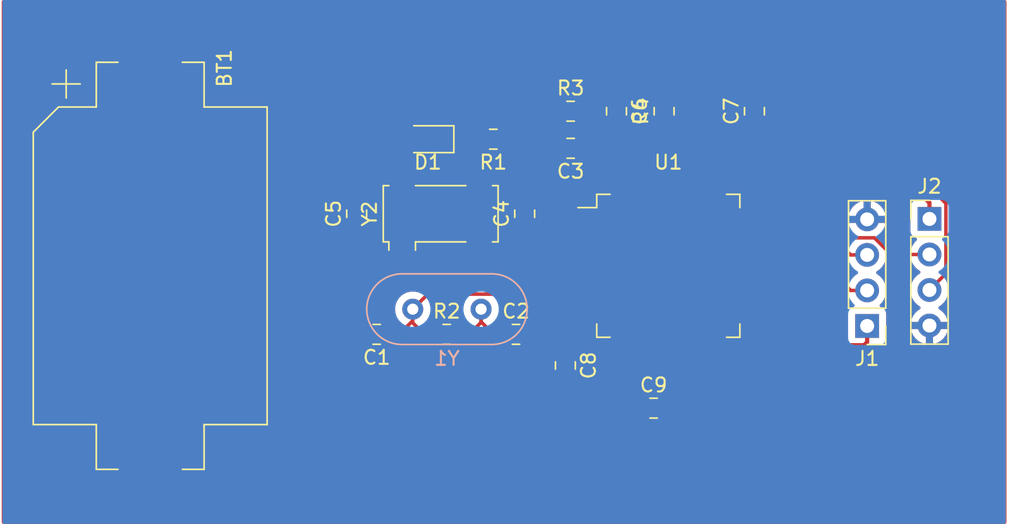
<source format=kicad_pcb>
(kicad_pcb (version 20171130) (host pcbnew 5.1.5-1.fc30)

  (general
    (thickness 1.6)
    (drawings 0)
    (tracks 154)
    (zones 0)
    (modules 20)
    (nets 58)
  )

  (page A4)
  (layers
    (0 F.Cu signal)
    (31 B.Cu signal)
    (32 B.Adhes user)
    (33 F.Adhes user)
    (34 B.Paste user)
    (35 F.Paste user)
    (36 B.SilkS user)
    (37 F.SilkS user)
    (38 B.Mask user)
    (39 F.Mask user)
    (40 Dwgs.User user)
    (41 Cmts.User user)
    (42 Eco1.User user)
    (43 Eco2.User user)
    (44 Edge.Cuts user)
    (45 Margin user)
    (46 B.CrtYd user)
    (47 F.CrtYd user)
    (48 B.Fab user)
    (49 F.Fab user)
  )

  (setup
    (last_trace_width 0.25)
    (trace_clearance 0.2)
    (zone_clearance 0.508)
    (zone_45_only no)
    (trace_min 0.2)
    (via_size 0.8)
    (via_drill 0.4)
    (via_min_size 0.4)
    (via_min_drill 0.3)
    (uvia_size 0.3)
    (uvia_drill 0.1)
    (uvias_allowed no)
    (uvia_min_size 0.2)
    (uvia_min_drill 0.1)
    (edge_width 0.05)
    (segment_width 0.2)
    (pcb_text_width 0.3)
    (pcb_text_size 1.5 1.5)
    (mod_edge_width 0.12)
    (mod_text_size 1 1)
    (mod_text_width 0.15)
    (pad_size 1.524 1.524)
    (pad_drill 0.762)
    (pad_to_mask_clearance 0.051)
    (solder_mask_min_width 0.25)
    (aux_axis_origin 0 0)
    (visible_elements FFFFFF7F)
    (pcbplotparams
      (layerselection 0x010fc_ffffffff)
      (usegerberextensions false)
      (usegerberattributes false)
      (usegerberadvancedattributes false)
      (creategerberjobfile false)
      (excludeedgelayer true)
      (linewidth 0.100000)
      (plotframeref false)
      (viasonmask false)
      (mode 1)
      (useauxorigin false)
      (hpglpennumber 1)
      (hpglpenspeed 20)
      (hpglpendiameter 15.000000)
      (psnegative false)
      (psa4output false)
      (plotreference true)
      (plotvalue true)
      (plotinvisibletext false)
      (padsonsilk false)
      (subtractmaskfromsilk false)
      (outputformat 1)
      (mirror false)
      (drillshape 1)
      (scaleselection 1)
      (outputdirectory ""))
  )

  (net 0 "")
  (net 1 +3V3)
  (net 2 GND)
  (net 3 "Net-(U1-Pad62)")
  (net 4 "Net-(U1-Pad61)")
  (net 5 "Net-(R4-Pad1)")
  (net 6 "Net-(U1-Pad59)")
  (net 7 "Net-(U1-Pad58)")
  (net 8 "Net-(U1-Pad57)")
  (net 9 "Net-(U1-Pad56)")
  (net 10 "Net-(U1-Pad55)")
  (net 11 "Net-(U1-Pad54)")
  (net 12 "Net-(U1-Pad53)")
  (net 13 "Net-(U1-Pad52)")
  (net 14 "Net-(U1-Pad51)")
  (net 15 "Net-(U1-Pad50)")
  (net 16 "Net-(J2-Pad3)")
  (net 17 "Net-(J2-Pad2)")
  (net 18 "Net-(U1-Pad45)")
  (net 19 "Net-(U1-Pad44)")
  (net 20 "Net-(J1-Pad3)")
  (net 21 "Net-(J1-Pad2)")
  (net 22 "Net-(U1-Pad41)")
  (net 23 "Net-(U1-Pad40)")
  (net 24 "Net-(U1-Pad39)")
  (net 25 "Net-(U1-Pad38)")
  (net 26 "Net-(U1-Pad37)")
  (net 27 "Net-(U1-Pad36)")
  (net 28 "Net-(U1-Pad35)")
  (net 29 "Net-(U1-Pad34)")
  (net 30 "Net-(U1-Pad33)")
  (net 31 "Net-(U1-Pad30)")
  (net 32 "Net-(U1-Pad29)")
  (net 33 "Net-(U1-Pad28)")
  (net 34 "Net-(U1-Pad27)")
  (net 35 "Net-(U1-Pad26)")
  (net 36 "Net-(U1-Pad25)")
  (net 37 "Net-(U1-Pad24)")
  (net 38 "Net-(U1-Pad23)")
  (net 39 "Net-(U1-Pad22)")
  (net 40 "Net-(U1-Pad21)")
  (net 41 "Net-(U1-Pad20)")
  (net 42 "Net-(U1-Pad17)")
  (net 43 "Net-(U1-Pad16)")
  (net 44 "Net-(U1-Pad15)")
  (net 45 "Net-(U1-Pad14)")
  (net 46 "Net-(U1-Pad11)")
  (net 47 "Net-(U1-Pad10)")
  (net 48 "Net-(U1-Pad9)")
  (net 49 "Net-(U1-Pad8)")
  (net 50 "Net-(C3-Pad1)")
  (net 51 "Net-(C2-Pad1)")
  (net 52 "Net-(C1-Pad1)")
  (net 53 "Net-(C5-Pad1)")
  (net 54 "Net-(C4-Pad1)")
  (net 55 "Net-(R1-Pad1)")
  (net 56 "Net-(BT1-Pad1)")
  (net 57 "Net-(D1-Pad1)")

  (net_class Default "This is the default net class."
    (clearance 0.2)
    (trace_width 0.25)
    (via_dia 0.8)
    (via_drill 0.4)
    (uvia_dia 0.3)
    (uvia_drill 0.1)
    (add_net "Net-(BT1-Pad1)")
    (add_net "Net-(C1-Pad1)")
    (add_net "Net-(C2-Pad1)")
    (add_net "Net-(C3-Pad1)")
    (add_net "Net-(C4-Pad1)")
    (add_net "Net-(C5-Pad1)")
    (add_net "Net-(D1-Pad1)")
    (add_net "Net-(J1-Pad2)")
    (add_net "Net-(J1-Pad3)")
    (add_net "Net-(J2-Pad2)")
    (add_net "Net-(J2-Pad3)")
    (add_net "Net-(R1-Pad1)")
    (add_net "Net-(R4-Pad1)")
    (add_net "Net-(U1-Pad10)")
    (add_net "Net-(U1-Pad11)")
    (add_net "Net-(U1-Pad14)")
    (add_net "Net-(U1-Pad15)")
    (add_net "Net-(U1-Pad16)")
    (add_net "Net-(U1-Pad17)")
    (add_net "Net-(U1-Pad20)")
    (add_net "Net-(U1-Pad21)")
    (add_net "Net-(U1-Pad22)")
    (add_net "Net-(U1-Pad23)")
    (add_net "Net-(U1-Pad24)")
    (add_net "Net-(U1-Pad25)")
    (add_net "Net-(U1-Pad26)")
    (add_net "Net-(U1-Pad27)")
    (add_net "Net-(U1-Pad28)")
    (add_net "Net-(U1-Pad29)")
    (add_net "Net-(U1-Pad30)")
    (add_net "Net-(U1-Pad33)")
    (add_net "Net-(U1-Pad34)")
    (add_net "Net-(U1-Pad35)")
    (add_net "Net-(U1-Pad36)")
    (add_net "Net-(U1-Pad37)")
    (add_net "Net-(U1-Pad38)")
    (add_net "Net-(U1-Pad39)")
    (add_net "Net-(U1-Pad40)")
    (add_net "Net-(U1-Pad41)")
    (add_net "Net-(U1-Pad44)")
    (add_net "Net-(U1-Pad45)")
    (add_net "Net-(U1-Pad50)")
    (add_net "Net-(U1-Pad51)")
    (add_net "Net-(U1-Pad52)")
    (add_net "Net-(U1-Pad53)")
    (add_net "Net-(U1-Pad54)")
    (add_net "Net-(U1-Pad55)")
    (add_net "Net-(U1-Pad56)")
    (add_net "Net-(U1-Pad57)")
    (add_net "Net-(U1-Pad58)")
    (add_net "Net-(U1-Pad59)")
    (add_net "Net-(U1-Pad61)")
    (add_net "Net-(U1-Pad62)")
    (add_net "Net-(U1-Pad8)")
    (add_net "Net-(U1-Pad9)")
  )

  (net_class power ""
    (clearance 0.2)
    (trace_width 0.3)
    (via_dia 1)
    (via_drill 0.5)
    (uvia_dia 0.3)
    (uvia_drill 0.1)
    (add_net +3V3)
    (add_net GND)
  )

  (module Capacitor_SMD:C_0805_2012Metric_Pad1.15x1.40mm_HandSolder (layer F.Cu) (tedit 5B36C52B) (tstamp 5EEBEA60)
    (at 146.175 76.9 180)
    (descr "Capacitor SMD 0805 (2012 Metric), square (rectangular) end terminal, IPC_7351 nominal with elongated pad for handsoldering. (Body size source: https://docs.google.com/spreadsheets/d/1BsfQQcO9C6DZCsRaXUlFlo91Tg2WpOkGARC1WS5S8t0/edit?usp=sharing), generated with kicad-footprint-generator")
    (tags "capacitor handsolder")
    (path /5EEBCBFD)
    (attr smd)
    (fp_text reference C1 (at 0 -1.65) (layer F.SilkS)
      (effects (font (size 1 1) (thickness 0.15)))
    )
    (fp_text value 22pF (at 0 1.65) (layer F.Fab)
      (effects (font (size 1 1) (thickness 0.15)))
    )
    (fp_text user %R (at 0 0) (layer F.Fab)
      (effects (font (size 0.5 0.5) (thickness 0.08)))
    )
    (fp_line (start 1.85 0.95) (end -1.85 0.95) (layer F.CrtYd) (width 0.05))
    (fp_line (start 1.85 -0.95) (end 1.85 0.95) (layer F.CrtYd) (width 0.05))
    (fp_line (start -1.85 -0.95) (end 1.85 -0.95) (layer F.CrtYd) (width 0.05))
    (fp_line (start -1.85 0.95) (end -1.85 -0.95) (layer F.CrtYd) (width 0.05))
    (fp_line (start -0.261252 0.71) (end 0.261252 0.71) (layer F.SilkS) (width 0.12))
    (fp_line (start -0.261252 -0.71) (end 0.261252 -0.71) (layer F.SilkS) (width 0.12))
    (fp_line (start 1 0.6) (end -1 0.6) (layer F.Fab) (width 0.1))
    (fp_line (start 1 -0.6) (end 1 0.6) (layer F.Fab) (width 0.1))
    (fp_line (start -1 -0.6) (end 1 -0.6) (layer F.Fab) (width 0.1))
    (fp_line (start -1 0.6) (end -1 -0.6) (layer F.Fab) (width 0.1))
    (pad 2 smd roundrect (at 1.025 0 180) (size 1.15 1.4) (layers F.Cu F.Paste F.Mask) (roundrect_rratio 0.217391)
      (net 2 GND))
    (pad 1 smd roundrect (at -1.025 0 180) (size 1.15 1.4) (layers F.Cu F.Paste F.Mask) (roundrect_rratio 0.217391)
      (net 52 "Net-(C1-Pad1)"))
    (model ${KISYS3DMOD}/Capacitor_SMD.3dshapes/C_0805_2012Metric.wrl
      (at (xyz 0 0 0))
      (scale (xyz 1 1 1))
      (rotate (xyz 0 0 0))
    )
  )

  (module Capacitor_SMD:C_0805_2012Metric_Pad1.15x1.40mm_HandSolder (layer F.Cu) (tedit 5B36C52B) (tstamp 5EEBED1A)
    (at 165.95 82.175)
    (descr "Capacitor SMD 0805 (2012 Metric), square (rectangular) end terminal, IPC_7351 nominal with elongated pad for handsoldering. (Body size source: https://docs.google.com/spreadsheets/d/1BsfQQcO9C6DZCsRaXUlFlo91Tg2WpOkGARC1WS5S8t0/edit?usp=sharing), generated with kicad-footprint-generator")
    (tags "capacitor handsolder")
    (path /5EF075FB)
    (attr smd)
    (fp_text reference C9 (at 0 -1.65) (layer F.SilkS)
      (effects (font (size 1 1) (thickness 0.15)))
    )
    (fp_text value 100nF (at 0 1.65) (layer F.Fab)
      (effects (font (size 1 1) (thickness 0.15)))
    )
    (fp_text user %R (at 0 0 180) (layer F.Fab)
      (effects (font (size 0.5 0.5) (thickness 0.08)))
    )
    (fp_line (start 1.85 0.95) (end -1.85 0.95) (layer F.CrtYd) (width 0.05))
    (fp_line (start 1.85 -0.95) (end 1.85 0.95) (layer F.CrtYd) (width 0.05))
    (fp_line (start -1.85 -0.95) (end 1.85 -0.95) (layer F.CrtYd) (width 0.05))
    (fp_line (start -1.85 0.95) (end -1.85 -0.95) (layer F.CrtYd) (width 0.05))
    (fp_line (start -0.261252 0.71) (end 0.261252 0.71) (layer F.SilkS) (width 0.12))
    (fp_line (start -0.261252 -0.71) (end 0.261252 -0.71) (layer F.SilkS) (width 0.12))
    (fp_line (start 1 0.6) (end -1 0.6) (layer F.Fab) (width 0.1))
    (fp_line (start 1 -0.6) (end 1 0.6) (layer F.Fab) (width 0.1))
    (fp_line (start -1 -0.6) (end 1 -0.6) (layer F.Fab) (width 0.1))
    (fp_line (start -1 0.6) (end -1 -0.6) (layer F.Fab) (width 0.1))
    (pad 2 smd roundrect (at 1.025 0) (size 1.15 1.4) (layers F.Cu F.Paste F.Mask) (roundrect_rratio 0.217391)
      (net 2 GND))
    (pad 1 smd roundrect (at -1.025 0) (size 1.15 1.4) (layers F.Cu F.Paste F.Mask) (roundrect_rratio 0.217391)
      (net 1 +3V3))
    (model ${KISYS3DMOD}/Capacitor_SMD.3dshapes/C_0805_2012Metric.wrl
      (at (xyz 0 0 0))
      (scale (xyz 1 1 1))
      (rotate (xyz 0 0 0))
    )
  )

  (module Connector_PinHeader_2.54mm:PinHeader_1x04_P2.54mm_Vertical (layer F.Cu) (tedit 59FED5CC) (tstamp 5EEBBFF3)
    (at 185.65 68.65)
    (descr "Through hole straight pin header, 1x04, 2.54mm pitch, single row")
    (tags "Through hole pin header THT 1x04 2.54mm single row")
    (path /5EED1FEC)
    (fp_text reference J2 (at 0 -2.33) (layer F.SilkS)
      (effects (font (size 1 1) (thickness 0.15)))
    )
    (fp_text value Conn_01x04_Male (at 0 9.95) (layer F.Fab)
      (effects (font (size 1 1) (thickness 0.15)))
    )
    (fp_text user %R (at 0 3.81 90) (layer F.Fab)
      (effects (font (size 1 1) (thickness 0.15)))
    )
    (fp_line (start 1.8 -1.8) (end -1.8 -1.8) (layer F.CrtYd) (width 0.05))
    (fp_line (start 1.8 9.4) (end 1.8 -1.8) (layer F.CrtYd) (width 0.05))
    (fp_line (start -1.8 9.4) (end 1.8 9.4) (layer F.CrtYd) (width 0.05))
    (fp_line (start -1.8 -1.8) (end -1.8 9.4) (layer F.CrtYd) (width 0.05))
    (fp_line (start -1.33 -1.33) (end 0 -1.33) (layer F.SilkS) (width 0.12))
    (fp_line (start -1.33 0) (end -1.33 -1.33) (layer F.SilkS) (width 0.12))
    (fp_line (start -1.33 1.27) (end 1.33 1.27) (layer F.SilkS) (width 0.12))
    (fp_line (start 1.33 1.27) (end 1.33 8.95) (layer F.SilkS) (width 0.12))
    (fp_line (start -1.33 1.27) (end -1.33 8.95) (layer F.SilkS) (width 0.12))
    (fp_line (start -1.33 8.95) (end 1.33 8.95) (layer F.SilkS) (width 0.12))
    (fp_line (start -1.27 -0.635) (end -0.635 -1.27) (layer F.Fab) (width 0.1))
    (fp_line (start -1.27 8.89) (end -1.27 -0.635) (layer F.Fab) (width 0.1))
    (fp_line (start 1.27 8.89) (end -1.27 8.89) (layer F.Fab) (width 0.1))
    (fp_line (start 1.27 -1.27) (end 1.27 8.89) (layer F.Fab) (width 0.1))
    (fp_line (start -0.635 -1.27) (end 1.27 -1.27) (layer F.Fab) (width 0.1))
    (pad 4 thru_hole oval (at 0 7.62) (size 1.7 1.7) (drill 1) (layers *.Cu *.Mask)
      (net 2 GND))
    (pad 3 thru_hole oval (at 0 5.08) (size 1.7 1.7) (drill 1) (layers *.Cu *.Mask)
      (net 16 "Net-(J2-Pad3)"))
    (pad 2 thru_hole oval (at 0 2.54) (size 1.7 1.7) (drill 1) (layers *.Cu *.Mask)
      (net 17 "Net-(J2-Pad2)"))
    (pad 1 thru_hole rect (at 0 0) (size 1.7 1.7) (drill 1) (layers *.Cu *.Mask)
      (net 1 +3V3))
    (model ${KISYS3DMOD}/Connector_PinHeader_2.54mm.3dshapes/PinHeader_1x04_P2.54mm_Vertical.wrl
      (at (xyz 0 0 0))
      (scale (xyz 1 1 1))
      (rotate (xyz 0 0 0))
    )
  )

  (module Package_QFP:LQFP-64_10x10mm_P0.5mm (layer F.Cu) (tedit 5D9F72AF) (tstamp 5EEBC58D)
    (at 167 72)
    (descr "LQFP, 64 Pin (https://www.analog.com/media/en/technical-documentation/data-sheets/ad7606_7606-6_7606-4.pdf), generated with kicad-footprint-generator ipc_gullwing_generator.py")
    (tags "LQFP QFP")
    (path /5EEB8250)
    (attr smd)
    (fp_text reference U1 (at 0 -7.4) (layer F.SilkS)
      (effects (font (size 1 1) (thickness 0.15)))
    )
    (fp_text value STM32F103RBTx (at 0 7.4) (layer F.Fab)
      (effects (font (size 1 1) (thickness 0.15)))
    )
    (fp_text user %R (at 0 0) (layer F.Fab)
      (effects (font (size 1 1) (thickness 0.15)))
    )
    (fp_line (start 6.7 4.15) (end 6.7 0) (layer F.CrtYd) (width 0.05))
    (fp_line (start 5.25 4.15) (end 6.7 4.15) (layer F.CrtYd) (width 0.05))
    (fp_line (start 5.25 5.25) (end 5.25 4.15) (layer F.CrtYd) (width 0.05))
    (fp_line (start 4.15 5.25) (end 5.25 5.25) (layer F.CrtYd) (width 0.05))
    (fp_line (start 4.15 6.7) (end 4.15 5.25) (layer F.CrtYd) (width 0.05))
    (fp_line (start 0 6.7) (end 4.15 6.7) (layer F.CrtYd) (width 0.05))
    (fp_line (start -6.7 4.15) (end -6.7 0) (layer F.CrtYd) (width 0.05))
    (fp_line (start -5.25 4.15) (end -6.7 4.15) (layer F.CrtYd) (width 0.05))
    (fp_line (start -5.25 5.25) (end -5.25 4.15) (layer F.CrtYd) (width 0.05))
    (fp_line (start -4.15 5.25) (end -5.25 5.25) (layer F.CrtYd) (width 0.05))
    (fp_line (start -4.15 6.7) (end -4.15 5.25) (layer F.CrtYd) (width 0.05))
    (fp_line (start 0 6.7) (end -4.15 6.7) (layer F.CrtYd) (width 0.05))
    (fp_line (start 6.7 -4.15) (end 6.7 0) (layer F.CrtYd) (width 0.05))
    (fp_line (start 5.25 -4.15) (end 6.7 -4.15) (layer F.CrtYd) (width 0.05))
    (fp_line (start 5.25 -5.25) (end 5.25 -4.15) (layer F.CrtYd) (width 0.05))
    (fp_line (start 4.15 -5.25) (end 5.25 -5.25) (layer F.CrtYd) (width 0.05))
    (fp_line (start 4.15 -6.7) (end 4.15 -5.25) (layer F.CrtYd) (width 0.05))
    (fp_line (start 0 -6.7) (end 4.15 -6.7) (layer F.CrtYd) (width 0.05))
    (fp_line (start -6.7 -4.15) (end -6.7 0) (layer F.CrtYd) (width 0.05))
    (fp_line (start -5.25 -4.15) (end -6.7 -4.15) (layer F.CrtYd) (width 0.05))
    (fp_line (start -5.25 -5.25) (end -5.25 -4.15) (layer F.CrtYd) (width 0.05))
    (fp_line (start -4.15 -5.25) (end -5.25 -5.25) (layer F.CrtYd) (width 0.05))
    (fp_line (start -4.15 -6.7) (end -4.15 -5.25) (layer F.CrtYd) (width 0.05))
    (fp_line (start 0 -6.7) (end -4.15 -6.7) (layer F.CrtYd) (width 0.05))
    (fp_line (start -5 -4) (end -4 -5) (layer F.Fab) (width 0.1))
    (fp_line (start -5 5) (end -5 -4) (layer F.Fab) (width 0.1))
    (fp_line (start 5 5) (end -5 5) (layer F.Fab) (width 0.1))
    (fp_line (start 5 -5) (end 5 5) (layer F.Fab) (width 0.1))
    (fp_line (start -4 -5) (end 5 -5) (layer F.Fab) (width 0.1))
    (fp_line (start -5.11 -4.16) (end -6.45 -4.16) (layer F.SilkS) (width 0.12))
    (fp_line (start -5.11 -5.11) (end -5.11 -4.16) (layer F.SilkS) (width 0.12))
    (fp_line (start -4.16 -5.11) (end -5.11 -5.11) (layer F.SilkS) (width 0.12))
    (fp_line (start 5.11 -5.11) (end 5.11 -4.16) (layer F.SilkS) (width 0.12))
    (fp_line (start 4.16 -5.11) (end 5.11 -5.11) (layer F.SilkS) (width 0.12))
    (fp_line (start -5.11 5.11) (end -5.11 4.16) (layer F.SilkS) (width 0.12))
    (fp_line (start -4.16 5.11) (end -5.11 5.11) (layer F.SilkS) (width 0.12))
    (fp_line (start 5.11 5.11) (end 5.11 4.16) (layer F.SilkS) (width 0.12))
    (fp_line (start 4.16 5.11) (end 5.11 5.11) (layer F.SilkS) (width 0.12))
    (pad 64 smd roundrect (at -3.75 -5.675) (size 0.3 1.55) (layers F.Cu F.Paste F.Mask) (roundrect_rratio 0.25)
      (net 1 +3V3))
    (pad 63 smd roundrect (at -3.25 -5.675) (size 0.3 1.55) (layers F.Cu F.Paste F.Mask) (roundrect_rratio 0.25)
      (net 2 GND))
    (pad 62 smd roundrect (at -2.75 -5.675) (size 0.3 1.55) (layers F.Cu F.Paste F.Mask) (roundrect_rratio 0.25)
      (net 3 "Net-(U1-Pad62)"))
    (pad 61 smd roundrect (at -2.25 -5.675) (size 0.3 1.55) (layers F.Cu F.Paste F.Mask) (roundrect_rratio 0.25)
      (net 4 "Net-(U1-Pad61)"))
    (pad 60 smd roundrect (at -1.75 -5.675) (size 0.3 1.55) (layers F.Cu F.Paste F.Mask) (roundrect_rratio 0.25)
      (net 5 "Net-(R4-Pad1)"))
    (pad 59 smd roundrect (at -1.25 -5.675) (size 0.3 1.55) (layers F.Cu F.Paste F.Mask) (roundrect_rratio 0.25)
      (net 6 "Net-(U1-Pad59)"))
    (pad 58 smd roundrect (at -0.75 -5.675) (size 0.3 1.55) (layers F.Cu F.Paste F.Mask) (roundrect_rratio 0.25)
      (net 7 "Net-(U1-Pad58)"))
    (pad 57 smd roundrect (at -0.25 -5.675) (size 0.3 1.55) (layers F.Cu F.Paste F.Mask) (roundrect_rratio 0.25)
      (net 8 "Net-(U1-Pad57)"))
    (pad 56 smd roundrect (at 0.25 -5.675) (size 0.3 1.55) (layers F.Cu F.Paste F.Mask) (roundrect_rratio 0.25)
      (net 9 "Net-(U1-Pad56)"))
    (pad 55 smd roundrect (at 0.75 -5.675) (size 0.3 1.55) (layers F.Cu F.Paste F.Mask) (roundrect_rratio 0.25)
      (net 10 "Net-(U1-Pad55)"))
    (pad 54 smd roundrect (at 1.25 -5.675) (size 0.3 1.55) (layers F.Cu F.Paste F.Mask) (roundrect_rratio 0.25)
      (net 11 "Net-(U1-Pad54)"))
    (pad 53 smd roundrect (at 1.75 -5.675) (size 0.3 1.55) (layers F.Cu F.Paste F.Mask) (roundrect_rratio 0.25)
      (net 12 "Net-(U1-Pad53)"))
    (pad 52 smd roundrect (at 2.25 -5.675) (size 0.3 1.55) (layers F.Cu F.Paste F.Mask) (roundrect_rratio 0.25)
      (net 13 "Net-(U1-Pad52)"))
    (pad 51 smd roundrect (at 2.75 -5.675) (size 0.3 1.55) (layers F.Cu F.Paste F.Mask) (roundrect_rratio 0.25)
      (net 14 "Net-(U1-Pad51)"))
    (pad 50 smd roundrect (at 3.25 -5.675) (size 0.3 1.55) (layers F.Cu F.Paste F.Mask) (roundrect_rratio 0.25)
      (net 15 "Net-(U1-Pad50)"))
    (pad 49 smd roundrect (at 3.75 -5.675) (size 0.3 1.55) (layers F.Cu F.Paste F.Mask) (roundrect_rratio 0.25)
      (net 16 "Net-(J2-Pad3)"))
    (pad 48 smd roundrect (at 5.675 -3.75) (size 1.55 0.3) (layers F.Cu F.Paste F.Mask) (roundrect_rratio 0.25)
      (net 1 +3V3))
    (pad 47 smd roundrect (at 5.675 -3.25) (size 1.55 0.3) (layers F.Cu F.Paste F.Mask) (roundrect_rratio 0.25)
      (net 2 GND))
    (pad 46 smd roundrect (at 5.675 -2.75) (size 1.55 0.3) (layers F.Cu F.Paste F.Mask) (roundrect_rratio 0.25)
      (net 17 "Net-(J2-Pad2)"))
    (pad 45 smd roundrect (at 5.675 -2.25) (size 1.55 0.3) (layers F.Cu F.Paste F.Mask) (roundrect_rratio 0.25)
      (net 18 "Net-(U1-Pad45)"))
    (pad 44 smd roundrect (at 5.675 -1.75) (size 1.55 0.3) (layers F.Cu F.Paste F.Mask) (roundrect_rratio 0.25)
      (net 19 "Net-(U1-Pad44)"))
    (pad 43 smd roundrect (at 5.675 -1.25) (size 1.55 0.3) (layers F.Cu F.Paste F.Mask) (roundrect_rratio 0.25)
      (net 20 "Net-(J1-Pad3)"))
    (pad 42 smd roundrect (at 5.675 -0.75) (size 1.55 0.3) (layers F.Cu F.Paste F.Mask) (roundrect_rratio 0.25)
      (net 21 "Net-(J1-Pad2)"))
    (pad 41 smd roundrect (at 5.675 -0.25) (size 1.55 0.3) (layers F.Cu F.Paste F.Mask) (roundrect_rratio 0.25)
      (net 22 "Net-(U1-Pad41)"))
    (pad 40 smd roundrect (at 5.675 0.25) (size 1.55 0.3) (layers F.Cu F.Paste F.Mask) (roundrect_rratio 0.25)
      (net 23 "Net-(U1-Pad40)"))
    (pad 39 smd roundrect (at 5.675 0.75) (size 1.55 0.3) (layers F.Cu F.Paste F.Mask) (roundrect_rratio 0.25)
      (net 24 "Net-(U1-Pad39)"))
    (pad 38 smd roundrect (at 5.675 1.25) (size 1.55 0.3) (layers F.Cu F.Paste F.Mask) (roundrect_rratio 0.25)
      (net 25 "Net-(U1-Pad38)"))
    (pad 37 smd roundrect (at 5.675 1.75) (size 1.55 0.3) (layers F.Cu F.Paste F.Mask) (roundrect_rratio 0.25)
      (net 26 "Net-(U1-Pad37)"))
    (pad 36 smd roundrect (at 5.675 2.25) (size 1.55 0.3) (layers F.Cu F.Paste F.Mask) (roundrect_rratio 0.25)
      (net 27 "Net-(U1-Pad36)"))
    (pad 35 smd roundrect (at 5.675 2.75) (size 1.55 0.3) (layers F.Cu F.Paste F.Mask) (roundrect_rratio 0.25)
      (net 28 "Net-(U1-Pad35)"))
    (pad 34 smd roundrect (at 5.675 3.25) (size 1.55 0.3) (layers F.Cu F.Paste F.Mask) (roundrect_rratio 0.25)
      (net 29 "Net-(U1-Pad34)"))
    (pad 33 smd roundrect (at 5.675 3.75) (size 1.55 0.3) (layers F.Cu F.Paste F.Mask) (roundrect_rratio 0.25)
      (net 30 "Net-(U1-Pad33)"))
    (pad 32 smd roundrect (at 3.75 5.675) (size 0.3 1.55) (layers F.Cu F.Paste F.Mask) (roundrect_rratio 0.25)
      (net 1 +3V3))
    (pad 31 smd roundrect (at 3.25 5.675) (size 0.3 1.55) (layers F.Cu F.Paste F.Mask) (roundrect_rratio 0.25)
      (net 2 GND))
    (pad 30 smd roundrect (at 2.75 5.675) (size 0.3 1.55) (layers F.Cu F.Paste F.Mask) (roundrect_rratio 0.25)
      (net 31 "Net-(U1-Pad30)"))
    (pad 29 smd roundrect (at 2.25 5.675) (size 0.3 1.55) (layers F.Cu F.Paste F.Mask) (roundrect_rratio 0.25)
      (net 32 "Net-(U1-Pad29)"))
    (pad 28 smd roundrect (at 1.75 5.675) (size 0.3 1.55) (layers F.Cu F.Paste F.Mask) (roundrect_rratio 0.25)
      (net 33 "Net-(U1-Pad28)"))
    (pad 27 smd roundrect (at 1.25 5.675) (size 0.3 1.55) (layers F.Cu F.Paste F.Mask) (roundrect_rratio 0.25)
      (net 34 "Net-(U1-Pad27)"))
    (pad 26 smd roundrect (at 0.75 5.675) (size 0.3 1.55) (layers F.Cu F.Paste F.Mask) (roundrect_rratio 0.25)
      (net 35 "Net-(U1-Pad26)"))
    (pad 25 smd roundrect (at 0.25 5.675) (size 0.3 1.55) (layers F.Cu F.Paste F.Mask) (roundrect_rratio 0.25)
      (net 36 "Net-(U1-Pad25)"))
    (pad 24 smd roundrect (at -0.25 5.675) (size 0.3 1.55) (layers F.Cu F.Paste F.Mask) (roundrect_rratio 0.25)
      (net 37 "Net-(U1-Pad24)"))
    (pad 23 smd roundrect (at -0.75 5.675) (size 0.3 1.55) (layers F.Cu F.Paste F.Mask) (roundrect_rratio 0.25)
      (net 38 "Net-(U1-Pad23)"))
    (pad 22 smd roundrect (at -1.25 5.675) (size 0.3 1.55) (layers F.Cu F.Paste F.Mask) (roundrect_rratio 0.25)
      (net 39 "Net-(U1-Pad22)"))
    (pad 21 smd roundrect (at -1.75 5.675) (size 0.3 1.55) (layers F.Cu F.Paste F.Mask) (roundrect_rratio 0.25)
      (net 40 "Net-(U1-Pad21)"))
    (pad 20 smd roundrect (at -2.25 5.675) (size 0.3 1.55) (layers F.Cu F.Paste F.Mask) (roundrect_rratio 0.25)
      (net 41 "Net-(U1-Pad20)"))
    (pad 19 smd roundrect (at -2.75 5.675) (size 0.3 1.55) (layers F.Cu F.Paste F.Mask) (roundrect_rratio 0.25)
      (net 1 +3V3))
    (pad 18 smd roundrect (at -3.25 5.675) (size 0.3 1.55) (layers F.Cu F.Paste F.Mask) (roundrect_rratio 0.25)
      (net 2 GND))
    (pad 17 smd roundrect (at -3.75 5.675) (size 0.3 1.55) (layers F.Cu F.Paste F.Mask) (roundrect_rratio 0.25)
      (net 42 "Net-(U1-Pad17)"))
    (pad 16 smd roundrect (at -5.675 3.75) (size 1.55 0.3) (layers F.Cu F.Paste F.Mask) (roundrect_rratio 0.25)
      (net 43 "Net-(U1-Pad16)"))
    (pad 15 smd roundrect (at -5.675 3.25) (size 1.55 0.3) (layers F.Cu F.Paste F.Mask) (roundrect_rratio 0.25)
      (net 44 "Net-(U1-Pad15)"))
    (pad 14 smd roundrect (at -5.675 2.75) (size 1.55 0.3) (layers F.Cu F.Paste F.Mask) (roundrect_rratio 0.25)
      (net 45 "Net-(U1-Pad14)"))
    (pad 13 smd roundrect (at -5.675 2.25) (size 1.55 0.3) (layers F.Cu F.Paste F.Mask) (roundrect_rratio 0.25)
      (net 1 +3V3))
    (pad 12 smd roundrect (at -5.675 1.75) (size 1.55 0.3) (layers F.Cu F.Paste F.Mask) (roundrect_rratio 0.25)
      (net 2 GND))
    (pad 11 smd roundrect (at -5.675 1.25) (size 1.55 0.3) (layers F.Cu F.Paste F.Mask) (roundrect_rratio 0.25)
      (net 46 "Net-(U1-Pad11)"))
    (pad 10 smd roundrect (at -5.675 0.75) (size 1.55 0.3) (layers F.Cu F.Paste F.Mask) (roundrect_rratio 0.25)
      (net 47 "Net-(U1-Pad10)"))
    (pad 9 smd roundrect (at -5.675 0.25) (size 1.55 0.3) (layers F.Cu F.Paste F.Mask) (roundrect_rratio 0.25)
      (net 48 "Net-(U1-Pad9)"))
    (pad 8 smd roundrect (at -5.675 -0.25) (size 1.55 0.3) (layers F.Cu F.Paste F.Mask) (roundrect_rratio 0.25)
      (net 49 "Net-(U1-Pad8)"))
    (pad 7 smd roundrect (at -5.675 -0.75) (size 1.55 0.3) (layers F.Cu F.Paste F.Mask) (roundrect_rratio 0.25)
      (net 50 "Net-(C3-Pad1)"))
    (pad 6 smd roundrect (at -5.675 -1.25) (size 1.55 0.3) (layers F.Cu F.Paste F.Mask) (roundrect_rratio 0.25)
      (net 51 "Net-(C2-Pad1)"))
    (pad 5 smd roundrect (at -5.675 -1.75) (size 1.55 0.3) (layers F.Cu F.Paste F.Mask) (roundrect_rratio 0.25)
      (net 52 "Net-(C1-Pad1)"))
    (pad 4 smd roundrect (at -5.675 -2.25) (size 1.55 0.3) (layers F.Cu F.Paste F.Mask) (roundrect_rratio 0.25)
      (net 53 "Net-(C5-Pad1)"))
    (pad 3 smd roundrect (at -5.675 -2.75) (size 1.55 0.3) (layers F.Cu F.Paste F.Mask) (roundrect_rratio 0.25)
      (net 54 "Net-(C4-Pad1)"))
    (pad 2 smd roundrect (at -5.675 -3.25) (size 1.55 0.3) (layers F.Cu F.Paste F.Mask) (roundrect_rratio 0.25)
      (net 55 "Net-(R1-Pad1)"))
    (pad 1 smd roundrect (at -5.675 -3.75) (size 1.55 0.3) (layers F.Cu F.Paste F.Mask) (roundrect_rratio 0.25)
      (net 56 "Net-(BT1-Pad1)"))
    (model ${KISYS3DMOD}/Package_QFP.3dshapes/LQFP-64_10x10mm_P0.5mm.wrl
      (at (xyz 0 0 0))
      (scale (xyz 1 1 1))
      (rotate (xyz 0 0 0))
    )
  )

  (module Crystal:Crystal_HC49-4H_Vertical (layer B.Cu) (tedit 5A1AD3B7) (tstamp 5EEC3608)
    (at 148.75 75.1)
    (descr "Crystal THT HC-49-4H http://5hertz.com/pdfs/04404_D.pdf")
    (tags "THT crystalHC-49-4H")
    (path /5EEBC2AA)
    (fp_text reference Y1 (at 2.44 3.525) (layer B.SilkS)
      (effects (font (size 1 1) (thickness 0.15)) (justify mirror))
    )
    (fp_text value 8MHZ (at 2.44 -3.525) (layer B.Fab)
      (effects (font (size 1 1) (thickness 0.15)) (justify mirror))
    )
    (fp_arc (start 5.64 0) (end 5.64 2.525) (angle -180) (layer B.SilkS) (width 0.12))
    (fp_arc (start -0.76 0) (end -0.76 2.525) (angle 180) (layer B.SilkS) (width 0.12))
    (fp_arc (start 5.44 0) (end 5.44 2) (angle -180) (layer B.Fab) (width 0.1))
    (fp_arc (start -0.56 0) (end -0.56 2) (angle 180) (layer B.Fab) (width 0.1))
    (fp_arc (start 5.64 0) (end 5.64 2.325) (angle -180) (layer B.Fab) (width 0.1))
    (fp_arc (start -0.76 0) (end -0.76 2.325) (angle 180) (layer B.Fab) (width 0.1))
    (fp_line (start 8.5 2.8) (end -3.6 2.8) (layer B.CrtYd) (width 0.05))
    (fp_line (start 8.5 -2.8) (end 8.5 2.8) (layer B.CrtYd) (width 0.05))
    (fp_line (start -3.6 -2.8) (end 8.5 -2.8) (layer B.CrtYd) (width 0.05))
    (fp_line (start -3.6 2.8) (end -3.6 -2.8) (layer B.CrtYd) (width 0.05))
    (fp_line (start -0.76 -2.525) (end 5.64 -2.525) (layer B.SilkS) (width 0.12))
    (fp_line (start -0.76 2.525) (end 5.64 2.525) (layer B.SilkS) (width 0.12))
    (fp_line (start -0.56 -2) (end 5.44 -2) (layer B.Fab) (width 0.1))
    (fp_line (start -0.56 2) (end 5.44 2) (layer B.Fab) (width 0.1))
    (fp_line (start -0.76 -2.325) (end 5.64 -2.325) (layer B.Fab) (width 0.1))
    (fp_line (start -0.76 2.325) (end 5.64 2.325) (layer B.Fab) (width 0.1))
    (fp_text user %R (at 2.44 0) (layer B.Fab)
      (effects (font (size 1 1) (thickness 0.15)) (justify mirror))
    )
    (pad 2 thru_hole circle (at 4.88 0) (size 1.5 1.5) (drill 0.8) (layers *.Cu *.Mask)
      (net 51 "Net-(C2-Pad1)"))
    (pad 1 thru_hole circle (at 0 0) (size 1.5 1.5) (drill 0.8) (layers *.Cu *.Mask)
      (net 52 "Net-(C1-Pad1)"))
    (model ${KISYS3DMOD}/Crystal.3dshapes/Crystal_HC49-4H_Vertical.wrl
      (at (xyz 0 0 0))
      (scale (xyz 1 1 1))
      (rotate (xyz 0 0 0))
    )
  )

  (module Connector_PinHeader_2.54mm:PinHeader_1x04_P2.54mm_Vertical (layer F.Cu) (tedit 59FED5CC) (tstamp 5EEBBFDB)
    (at 181.2 76.3 180)
    (descr "Through hole straight pin header, 1x04, 2.54mm pitch, single row")
    (tags "Through hole pin header THT 1x04 2.54mm single row")
    (path /5EF2F000)
    (fp_text reference J1 (at 0 -2.33) (layer F.SilkS)
      (effects (font (size 1 1) (thickness 0.15)))
    )
    (fp_text value Conn_01x04_Male (at 0 9.95) (layer F.Fab)
      (effects (font (size 1 1) (thickness 0.15)))
    )
    (fp_text user %R (at 0 3.81 90) (layer F.Fab)
      (effects (font (size 1 1) (thickness 0.15)))
    )
    (fp_line (start 1.8 -1.8) (end -1.8 -1.8) (layer F.CrtYd) (width 0.05))
    (fp_line (start 1.8 9.4) (end 1.8 -1.8) (layer F.CrtYd) (width 0.05))
    (fp_line (start -1.8 9.4) (end 1.8 9.4) (layer F.CrtYd) (width 0.05))
    (fp_line (start -1.8 -1.8) (end -1.8 9.4) (layer F.CrtYd) (width 0.05))
    (fp_line (start -1.33 -1.33) (end 0 -1.33) (layer F.SilkS) (width 0.12))
    (fp_line (start -1.33 0) (end -1.33 -1.33) (layer F.SilkS) (width 0.12))
    (fp_line (start -1.33 1.27) (end 1.33 1.27) (layer F.SilkS) (width 0.12))
    (fp_line (start 1.33 1.27) (end 1.33 8.95) (layer F.SilkS) (width 0.12))
    (fp_line (start -1.33 1.27) (end -1.33 8.95) (layer F.SilkS) (width 0.12))
    (fp_line (start -1.33 8.95) (end 1.33 8.95) (layer F.SilkS) (width 0.12))
    (fp_line (start -1.27 -0.635) (end -0.635 -1.27) (layer F.Fab) (width 0.1))
    (fp_line (start -1.27 8.89) (end -1.27 -0.635) (layer F.Fab) (width 0.1))
    (fp_line (start 1.27 8.89) (end -1.27 8.89) (layer F.Fab) (width 0.1))
    (fp_line (start 1.27 -1.27) (end 1.27 8.89) (layer F.Fab) (width 0.1))
    (fp_line (start -0.635 -1.27) (end 1.27 -1.27) (layer F.Fab) (width 0.1))
    (pad 4 thru_hole oval (at 0 7.62 180) (size 1.7 1.7) (drill 1) (layers *.Cu *.Mask)
      (net 2 GND))
    (pad 3 thru_hole oval (at 0 5.08 180) (size 1.7 1.7) (drill 1) (layers *.Cu *.Mask)
      (net 20 "Net-(J1-Pad3)"))
    (pad 2 thru_hole oval (at 0 2.54 180) (size 1.7 1.7) (drill 1) (layers *.Cu *.Mask)
      (net 21 "Net-(J1-Pad2)"))
    (pad 1 thru_hole rect (at 0 0 180) (size 1.7 1.7) (drill 1) (layers *.Cu *.Mask)
      (net 1 +3V3))
    (model ${KISYS3DMOD}/Connector_PinHeader_2.54mm.3dshapes/PinHeader_1x04_P2.54mm_Vertical.wrl
      (at (xyz 0 0 0))
      (scale (xyz 1 1 1))
      (rotate (xyz 0 0 0))
    )
  )

  (module Crystal:Crystal_SMD_Abracon_ABS25-4Pin_8.0x3.8mm (layer F.Cu) (tedit 5C44C7B6) (tstamp 5EEBD825)
    (at 150.744 68.28 90)
    (descr "Abracon Miniature Ceramic SMD Crystal ABS25 https://abracon.com/Resonators/abs25.pdf, 8.0x3.8mm^2 package")
    (tags "SMD SMT crystal")
    (path /5EEEF05E)
    (attr smd)
    (fp_text reference Y2 (at 0 -5.08 90) (layer F.SilkS)
      (effects (font (size 1 1) (thickness 0.15)))
    )
    (fp_text value 32.768kHz (at 0 5.08 90) (layer F.Fab)
      (effects (font (size 1 1) (thickness 0.15)))
    )
    (fp_line (start -2.01 4.1) (end -2.01 3.7) (layer F.SilkS) (width 0.12))
    (fp_line (start 2.01 4.1) (end 2.01 3.7) (layer F.SilkS) (width 0.12))
    (fp_line (start 2.01 -4.1) (end 2.01 -3.7) (layer F.SilkS) (width 0.12))
    (fp_line (start -2.01 -1.8) (end -2.6 -1.8) (layer F.SilkS) (width 0.12))
    (fp_line (start -2.6 -3.7) (end -2.01 -3.7) (layer F.SilkS) (width 0.12))
    (fp_line (start 3.05 4.5) (end 3.05 -4.5) (layer F.CrtYd) (width 0.05))
    (fp_line (start -3.05 4.5) (end 3.05 4.5) (layer F.CrtYd) (width 0.05))
    (fp_line (start -3.05 -4.5) (end -3.05 4.5) (layer F.CrtYd) (width 0.05))
    (fp_line (start 3.05 -4.5) (end -3.05 -4.5) (layer F.CrtYd) (width 0.05))
    (fp_line (start 2.01 4.1) (end -2.01 4.1) (layer F.SilkS) (width 0.12))
    (fp_line (start -2.01 -4.1) (end -2.01 -3.7) (layer F.SilkS) (width 0.12))
    (fp_line (start 2.01 -4.1) (end -2.01 -4.1) (layer F.SilkS) (width 0.12))
    (fp_line (start -2.01 -1.8) (end -2.01 1.8) (layer F.SilkS) (width 0.12))
    (fp_line (start 2.01 -1.8) (end 2.01 1.8) (layer F.SilkS) (width 0.12))
    (fp_line (start -1.2 -4) (end 1.9 -4) (layer F.Fab) (width 0.1))
    (fp_line (start -1.9 -3.3) (end -1.2 -4) (layer F.Fab) (width 0.1))
    (fp_line (start -1.9 4) (end -1.9 -3.3) (layer F.Fab) (width 0.1))
    (fp_line (start 1.9 4) (end -1.9 4) (layer F.Fab) (width 0.1))
    (fp_line (start 1.9 -4) (end 1.9 4) (layer F.Fab) (width 0.1))
    (fp_text user %R (at 0 0 90) (layer F.Fab)
      (effects (font (size 1 1) (thickness 0.15)))
    )
    (pad 4 smd rect (at 1.6 -2.75) (size 1.3 1.9) (layers F.Cu F.Paste F.Mask))
    (pad 3 smd rect (at 1.6 2.75) (size 1.3 1.9) (layers F.Cu F.Paste F.Mask))
    (pad 2 smd rect (at -1.6 2.75) (size 1.3 1.9) (layers F.Cu F.Paste F.Mask)
      (net 54 "Net-(C4-Pad1)"))
    (pad 1 smd rect (at -1.6 -2.75) (size 1.3 1.9) (layers F.Cu F.Paste F.Mask)
      (net 53 "Net-(C5-Pad1)"))
    (model ${KISYS3DMOD}/Crystal.3dshapes/Crystal_SMD_Abracon_ABS25-4Pin_8.0x3.8mm.wrl
      (at (xyz 0 0 0))
      (scale (xyz 1 1 1))
      (rotate (xyz 0 0 0))
    )
  )

  (module Resistor_SMD:R_0805_2012Metric_Pad1.15x1.40mm_HandSolder (layer F.Cu) (tedit 5B36C52B) (tstamp 5EEBA623)
    (at 166.7 60.95 90)
    (descr "Resistor SMD 0805 (2012 Metric), square (rectangular) end terminal, IPC_7351 nominal with elongated pad for handsoldering. (Body size source: https://docs.google.com/spreadsheets/d/1BsfQQcO9C6DZCsRaXUlFlo91Tg2WpOkGARC1WS5S8t0/edit?usp=sharing), generated with kicad-footprint-generator")
    (tags "resistor handsolder")
    (path /5EECD334)
    (attr smd)
    (fp_text reference R4 (at 0 -1.65 90) (layer F.SilkS)
      (effects (font (size 1 1) (thickness 0.15)))
    )
    (fp_text value 10K (at 0 1.65 90) (layer F.Fab)
      (effects (font (size 1 1) (thickness 0.15)))
    )
    (fp_text user %R (at 0 0 180) (layer F.Fab)
      (effects (font (size 0.5 0.5) (thickness 0.08)))
    )
    (fp_line (start 1.85 0.95) (end -1.85 0.95) (layer F.CrtYd) (width 0.05))
    (fp_line (start 1.85 -0.95) (end 1.85 0.95) (layer F.CrtYd) (width 0.05))
    (fp_line (start -1.85 -0.95) (end 1.85 -0.95) (layer F.CrtYd) (width 0.05))
    (fp_line (start -1.85 0.95) (end -1.85 -0.95) (layer F.CrtYd) (width 0.05))
    (fp_line (start -0.261252 0.71) (end 0.261252 0.71) (layer F.SilkS) (width 0.12))
    (fp_line (start -0.261252 -0.71) (end 0.261252 -0.71) (layer F.SilkS) (width 0.12))
    (fp_line (start 1 0.6) (end -1 0.6) (layer F.Fab) (width 0.1))
    (fp_line (start 1 -0.6) (end 1 0.6) (layer F.Fab) (width 0.1))
    (fp_line (start -1 -0.6) (end 1 -0.6) (layer F.Fab) (width 0.1))
    (fp_line (start -1 0.6) (end -1 -0.6) (layer F.Fab) (width 0.1))
    (pad 2 smd roundrect (at 1.025 0 90) (size 1.15 1.4) (layers F.Cu F.Paste F.Mask) (roundrect_rratio 0.217391)
      (net 2 GND))
    (pad 1 smd roundrect (at -1.025 0 90) (size 1.15 1.4) (layers F.Cu F.Paste F.Mask) (roundrect_rratio 0.217391)
      (net 5 "Net-(R4-Pad1)"))
    (model ${KISYS3DMOD}/Resistor_SMD.3dshapes/R_0805_2012Metric.wrl
      (at (xyz 0 0 0))
      (scale (xyz 1 1 1))
      (rotate (xyz 0 0 0))
    )
  )

  (module Resistor_SMD:R_0805_2012Metric_Pad1.15x1.40mm_HandSolder (layer F.Cu) (tedit 5B36C52B) (tstamp 5EEBF122)
    (at 160.025 60.95)
    (descr "Resistor SMD 0805 (2012 Metric), square (rectangular) end terminal, IPC_7351 nominal with elongated pad for handsoldering. (Body size source: https://docs.google.com/spreadsheets/d/1BsfQQcO9C6DZCsRaXUlFlo91Tg2WpOkGARC1WS5S8t0/edit?usp=sharing), generated with kicad-footprint-generator")
    (tags "resistor handsolder")
    (path /5EEE2400)
    (attr smd)
    (fp_text reference R3 (at 0 -1.65) (layer F.SilkS)
      (effects (font (size 1 1) (thickness 0.15)))
    )
    (fp_text value 10K (at 0 1.65) (layer F.Fab)
      (effects (font (size 1 1) (thickness 0.15)))
    )
    (fp_text user %R (at 0 0) (layer F.Fab)
      (effects (font (size 0.5 0.5) (thickness 0.08)))
    )
    (fp_line (start 1.85 0.95) (end -1.85 0.95) (layer F.CrtYd) (width 0.05))
    (fp_line (start 1.85 -0.95) (end 1.85 0.95) (layer F.CrtYd) (width 0.05))
    (fp_line (start -1.85 -0.95) (end 1.85 -0.95) (layer F.CrtYd) (width 0.05))
    (fp_line (start -1.85 0.95) (end -1.85 -0.95) (layer F.CrtYd) (width 0.05))
    (fp_line (start -0.261252 0.71) (end 0.261252 0.71) (layer F.SilkS) (width 0.12))
    (fp_line (start -0.261252 -0.71) (end 0.261252 -0.71) (layer F.SilkS) (width 0.12))
    (fp_line (start 1 0.6) (end -1 0.6) (layer F.Fab) (width 0.1))
    (fp_line (start 1 -0.6) (end 1 0.6) (layer F.Fab) (width 0.1))
    (fp_line (start -1 -0.6) (end 1 -0.6) (layer F.Fab) (width 0.1))
    (fp_line (start -1 0.6) (end -1 -0.6) (layer F.Fab) (width 0.1))
    (pad 2 smd roundrect (at 1.025 0) (size 1.15 1.4) (layers F.Cu F.Paste F.Mask) (roundrect_rratio 0.217391)
      (net 50 "Net-(C3-Pad1)"))
    (pad 1 smd roundrect (at -1.025 0) (size 1.15 1.4) (layers F.Cu F.Paste F.Mask) (roundrect_rratio 0.217391)
      (net 1 +3V3))
    (model ${KISYS3DMOD}/Resistor_SMD.3dshapes/R_0805_2012Metric.wrl
      (at (xyz 0 0 0))
      (scale (xyz 1 1 1))
      (rotate (xyz 0 0 0))
    )
  )

  (module Resistor_SMD:R_0805_2012Metric_Pad1.15x1.40mm_HandSolder (layer F.Cu) (tedit 5B36C52B) (tstamp 5EEBEA90)
    (at 151.175 76.9)
    (descr "Resistor SMD 0805 (2012 Metric), square (rectangular) end terminal, IPC_7351 nominal with elongated pad for handsoldering. (Body size source: https://docs.google.com/spreadsheets/d/1BsfQQcO9C6DZCsRaXUlFlo91Tg2WpOkGARC1WS5S8t0/edit?usp=sharing), generated with kicad-footprint-generator")
    (tags "resistor handsolder")
    (path /5EECA9F2)
    (attr smd)
    (fp_text reference R2 (at 0 -1.65) (layer F.SilkS)
      (effects (font (size 1 1) (thickness 0.15)))
    )
    (fp_text value 1M (at 0 1.65) (layer F.Fab)
      (effects (font (size 1 1) (thickness 0.15)))
    )
    (fp_text user %R (at 0 0) (layer F.Fab)
      (effects (font (size 0.5 0.5) (thickness 0.08)))
    )
    (fp_line (start 1.85 0.95) (end -1.85 0.95) (layer F.CrtYd) (width 0.05))
    (fp_line (start 1.85 -0.95) (end 1.85 0.95) (layer F.CrtYd) (width 0.05))
    (fp_line (start -1.85 -0.95) (end 1.85 -0.95) (layer F.CrtYd) (width 0.05))
    (fp_line (start -1.85 0.95) (end -1.85 -0.95) (layer F.CrtYd) (width 0.05))
    (fp_line (start -0.261252 0.71) (end 0.261252 0.71) (layer F.SilkS) (width 0.12))
    (fp_line (start -0.261252 -0.71) (end 0.261252 -0.71) (layer F.SilkS) (width 0.12))
    (fp_line (start 1 0.6) (end -1 0.6) (layer F.Fab) (width 0.1))
    (fp_line (start 1 -0.6) (end 1 0.6) (layer F.Fab) (width 0.1))
    (fp_line (start -1 -0.6) (end 1 -0.6) (layer F.Fab) (width 0.1))
    (fp_line (start -1 0.6) (end -1 -0.6) (layer F.Fab) (width 0.1))
    (pad 2 smd roundrect (at 1.025 0) (size 1.15 1.4) (layers F.Cu F.Paste F.Mask) (roundrect_rratio 0.217391)
      (net 51 "Net-(C2-Pad1)"))
    (pad 1 smd roundrect (at -1.025 0) (size 1.15 1.4) (layers F.Cu F.Paste F.Mask) (roundrect_rratio 0.217391)
      (net 52 "Net-(C1-Pad1)"))
    (model ${KISYS3DMOD}/Resistor_SMD.3dshapes/R_0805_2012Metric.wrl
      (at (xyz 0 0 0))
      (scale (xyz 1 1 1))
      (rotate (xyz 0 0 0))
    )
  )

  (module Resistor_SMD:R_0805_2012Metric_Pad1.15x1.40mm_HandSolder (layer F.Cu) (tedit 5B36C52B) (tstamp 5EEBA5F0)
    (at 154.5 62.95 180)
    (descr "Resistor SMD 0805 (2012 Metric), square (rectangular) end terminal, IPC_7351 nominal with elongated pad for handsoldering. (Body size source: https://docs.google.com/spreadsheets/d/1BsfQQcO9C6DZCsRaXUlFlo91Tg2WpOkGARC1WS5S8t0/edit?usp=sharing), generated with kicad-footprint-generator")
    (tags "resistor handsolder")
    (path /5EF6BE9F)
    (attr smd)
    (fp_text reference R1 (at 0 -1.65) (layer F.SilkS)
      (effects (font (size 1 1) (thickness 0.15)))
    )
    (fp_text value 330R (at 0 1.65) (layer F.Fab)
      (effects (font (size 1 1) (thickness 0.15)))
    )
    (fp_text user %R (at 0 0) (layer F.Fab)
      (effects (font (size 0.5 0.5) (thickness 0.08)))
    )
    (fp_line (start 1.85 0.95) (end -1.85 0.95) (layer F.CrtYd) (width 0.05))
    (fp_line (start 1.85 -0.95) (end 1.85 0.95) (layer F.CrtYd) (width 0.05))
    (fp_line (start -1.85 -0.95) (end 1.85 -0.95) (layer F.CrtYd) (width 0.05))
    (fp_line (start -1.85 0.95) (end -1.85 -0.95) (layer F.CrtYd) (width 0.05))
    (fp_line (start -0.261252 0.71) (end 0.261252 0.71) (layer F.SilkS) (width 0.12))
    (fp_line (start -0.261252 -0.71) (end 0.261252 -0.71) (layer F.SilkS) (width 0.12))
    (fp_line (start 1 0.6) (end -1 0.6) (layer F.Fab) (width 0.1))
    (fp_line (start 1 -0.6) (end 1 0.6) (layer F.Fab) (width 0.1))
    (fp_line (start -1 -0.6) (end 1 -0.6) (layer F.Fab) (width 0.1))
    (fp_line (start -1 0.6) (end -1 -0.6) (layer F.Fab) (width 0.1))
    (pad 2 smd roundrect (at 1.025 0 180) (size 1.15 1.4) (layers F.Cu F.Paste F.Mask) (roundrect_rratio 0.217391)
      (net 57 "Net-(D1-Pad1)"))
    (pad 1 smd roundrect (at -1.025 0 180) (size 1.15 1.4) (layers F.Cu F.Paste F.Mask) (roundrect_rratio 0.217391)
      (net 55 "Net-(R1-Pad1)"))
    (model ${KISYS3DMOD}/Resistor_SMD.3dshapes/R_0805_2012Metric.wrl
      (at (xyz 0 0 0))
      (scale (xyz 1 1 1))
      (rotate (xyz 0 0 0))
    )
  )

  (module LED_SMD:LED_0805_2012Metric_Pad1.15x1.40mm_HandSolder (layer F.Cu) (tedit 5B4B45C9) (tstamp 5EEBEC02)
    (at 149.825 62.95 180)
    (descr "LED SMD 0805 (2012 Metric), square (rectangular) end terminal, IPC_7351 nominal, (Body size source: https://docs.google.com/spreadsheets/d/1BsfQQcO9C6DZCsRaXUlFlo91Tg2WpOkGARC1WS5S8t0/edit?usp=sharing), generated with kicad-footprint-generator")
    (tags "LED handsolder")
    (path /5EF675E9)
    (attr smd)
    (fp_text reference D1 (at 0 -1.65) (layer F.SilkS)
      (effects (font (size 1 1) (thickness 0.15)))
    )
    (fp_text value LED (at 0 1.65) (layer F.Fab)
      (effects (font (size 1 1) (thickness 0.15)))
    )
    (fp_text user %R (at 0 0) (layer F.Fab)
      (effects (font (size 0.5 0.5) (thickness 0.08)))
    )
    (fp_line (start 1.85 0.95) (end -1.85 0.95) (layer F.CrtYd) (width 0.05))
    (fp_line (start 1.85 -0.95) (end 1.85 0.95) (layer F.CrtYd) (width 0.05))
    (fp_line (start -1.85 -0.95) (end 1.85 -0.95) (layer F.CrtYd) (width 0.05))
    (fp_line (start -1.85 0.95) (end -1.85 -0.95) (layer F.CrtYd) (width 0.05))
    (fp_line (start -1.86 0.96) (end 1 0.96) (layer F.SilkS) (width 0.12))
    (fp_line (start -1.86 -0.96) (end -1.86 0.96) (layer F.SilkS) (width 0.12))
    (fp_line (start 1 -0.96) (end -1.86 -0.96) (layer F.SilkS) (width 0.12))
    (fp_line (start 1 0.6) (end 1 -0.6) (layer F.Fab) (width 0.1))
    (fp_line (start -1 0.6) (end 1 0.6) (layer F.Fab) (width 0.1))
    (fp_line (start -1 -0.3) (end -1 0.6) (layer F.Fab) (width 0.1))
    (fp_line (start -0.7 -0.6) (end -1 -0.3) (layer F.Fab) (width 0.1))
    (fp_line (start 1 -0.6) (end -0.7 -0.6) (layer F.Fab) (width 0.1))
    (pad 2 smd roundrect (at 1.025 0 180) (size 1.15 1.4) (layers F.Cu F.Paste F.Mask) (roundrect_rratio 0.217391)
      (net 1 +3V3))
    (pad 1 smd roundrect (at -1.025 0 180) (size 1.15 1.4) (layers F.Cu F.Paste F.Mask) (roundrect_rratio 0.217391)
      (net 57 "Net-(D1-Pad1)"))
    (model ${KISYS3DMOD}/LED_SMD.3dshapes/LED_0805_2012Metric.wrl
      (at (xyz 0 0 0))
      (scale (xyz 1 1 1))
      (rotate (xyz 0 0 0))
    )
  )

  (module Capacitor_SMD:C_0805_2012Metric_Pad1.15x1.40mm_HandSolder (layer F.Cu) (tedit 5B36C52B) (tstamp 5EEBA521)
    (at 159.65 79.125 270)
    (descr "Capacitor SMD 0805 (2012 Metric), square (rectangular) end terminal, IPC_7351 nominal with elongated pad for handsoldering. (Body size source: https://docs.google.com/spreadsheets/d/1BsfQQcO9C6DZCsRaXUlFlo91Tg2WpOkGARC1WS5S8t0/edit?usp=sharing), generated with kicad-footprint-generator")
    (tags "capacitor handsolder")
    (path /5EF07278)
    (attr smd)
    (fp_text reference C8 (at 0 -1.65 90) (layer F.SilkS)
      (effects (font (size 1 1) (thickness 0.15)))
    )
    (fp_text value 100nF (at 0 1.65 90) (layer F.Fab)
      (effects (font (size 1 1) (thickness 0.15)))
    )
    (fp_text user %R (at 0 0 90) (layer F.Fab)
      (effects (font (size 0.5 0.5) (thickness 0.08)))
    )
    (fp_line (start 1.85 0.95) (end -1.85 0.95) (layer F.CrtYd) (width 0.05))
    (fp_line (start 1.85 -0.95) (end 1.85 0.95) (layer F.CrtYd) (width 0.05))
    (fp_line (start -1.85 -0.95) (end 1.85 -0.95) (layer F.CrtYd) (width 0.05))
    (fp_line (start -1.85 0.95) (end -1.85 -0.95) (layer F.CrtYd) (width 0.05))
    (fp_line (start -0.261252 0.71) (end 0.261252 0.71) (layer F.SilkS) (width 0.12))
    (fp_line (start -0.261252 -0.71) (end 0.261252 -0.71) (layer F.SilkS) (width 0.12))
    (fp_line (start 1 0.6) (end -1 0.6) (layer F.Fab) (width 0.1))
    (fp_line (start 1 -0.6) (end 1 0.6) (layer F.Fab) (width 0.1))
    (fp_line (start -1 -0.6) (end 1 -0.6) (layer F.Fab) (width 0.1))
    (fp_line (start -1 0.6) (end -1 -0.6) (layer F.Fab) (width 0.1))
    (pad 2 smd roundrect (at 1.025 0 270) (size 1.15 1.4) (layers F.Cu F.Paste F.Mask) (roundrect_rratio 0.217391)
      (net 2 GND))
    (pad 1 smd roundrect (at -1.025 0 270) (size 1.15 1.4) (layers F.Cu F.Paste F.Mask) (roundrect_rratio 0.217391)
      (net 1 +3V3))
    (model ${KISYS3DMOD}/Capacitor_SMD.3dshapes/C_0805_2012Metric.wrl
      (at (xyz 0 0 0))
      (scale (xyz 1 1 1))
      (rotate (xyz 0 0 0))
    )
  )

  (module Capacitor_SMD:C_0805_2012Metric_Pad1.15x1.40mm_HandSolder (layer F.Cu) (tedit 5B36C52B) (tstamp 5EEBEC98)
    (at 173.15 60.95 90)
    (descr "Capacitor SMD 0805 (2012 Metric), square (rectangular) end terminal, IPC_7351 nominal with elongated pad for handsoldering. (Body size source: https://docs.google.com/spreadsheets/d/1BsfQQcO9C6DZCsRaXUlFlo91Tg2WpOkGARC1WS5S8t0/edit?usp=sharing), generated with kicad-footprint-generator")
    (tags "capacitor handsolder")
    (path /5EF06EC8)
    (attr smd)
    (fp_text reference C7 (at 0 -1.65 90) (layer F.SilkS)
      (effects (font (size 1 1) (thickness 0.15)))
    )
    (fp_text value 100nF (at 0 1.65 90) (layer F.Fab)
      (effects (font (size 1 1) (thickness 0.15)))
    )
    (fp_text user %R (at 0 0 90) (layer F.Fab)
      (effects (font (size 0.5 0.5) (thickness 0.08)))
    )
    (fp_line (start 1.85 0.95) (end -1.85 0.95) (layer F.CrtYd) (width 0.05))
    (fp_line (start 1.85 -0.95) (end 1.85 0.95) (layer F.CrtYd) (width 0.05))
    (fp_line (start -1.85 -0.95) (end 1.85 -0.95) (layer F.CrtYd) (width 0.05))
    (fp_line (start -1.85 0.95) (end -1.85 -0.95) (layer F.CrtYd) (width 0.05))
    (fp_line (start -0.261252 0.71) (end 0.261252 0.71) (layer F.SilkS) (width 0.12))
    (fp_line (start -0.261252 -0.71) (end 0.261252 -0.71) (layer F.SilkS) (width 0.12))
    (fp_line (start 1 0.6) (end -1 0.6) (layer F.Fab) (width 0.1))
    (fp_line (start 1 -0.6) (end 1 0.6) (layer F.Fab) (width 0.1))
    (fp_line (start -1 -0.6) (end 1 -0.6) (layer F.Fab) (width 0.1))
    (fp_line (start -1 0.6) (end -1 -0.6) (layer F.Fab) (width 0.1))
    (pad 2 smd roundrect (at 1.025 0 90) (size 1.15 1.4) (layers F.Cu F.Paste F.Mask) (roundrect_rratio 0.217391)
      (net 2 GND))
    (pad 1 smd roundrect (at -1.025 0 90) (size 1.15 1.4) (layers F.Cu F.Paste F.Mask) (roundrect_rratio 0.217391)
      (net 1 +3V3))
    (model ${KISYS3DMOD}/Capacitor_SMD.3dshapes/C_0805_2012Metric.wrl
      (at (xyz 0 0 0))
      (scale (xyz 1 1 1))
      (rotate (xyz 0 0 0))
    )
  )

  (module Capacitor_SMD:C_0805_2012Metric_Pad1.15x1.40mm_HandSolder (layer F.Cu) (tedit 5B36C52B) (tstamp 5EEBA4FF)
    (at 163.3 60.95 270)
    (descr "Capacitor SMD 0805 (2012 Metric), square (rectangular) end terminal, IPC_7351 nominal with elongated pad for handsoldering. (Body size source: https://docs.google.com/spreadsheets/d/1BsfQQcO9C6DZCsRaXUlFlo91Tg2WpOkGARC1WS5S8t0/edit?usp=sharing), generated with kicad-footprint-generator")
    (tags "capacitor handsolder")
    (path /5EF068C5)
    (attr smd)
    (fp_text reference C6 (at 0 -1.65 90) (layer F.SilkS)
      (effects (font (size 1 1) (thickness 0.15)))
    )
    (fp_text value 100nF (at 0 1.65 90) (layer F.Fab)
      (effects (font (size 1 1) (thickness 0.15)))
    )
    (fp_text user %R (at 0 0 90) (layer F.Fab)
      (effects (font (size 0.5 0.5) (thickness 0.08)))
    )
    (fp_line (start 1.85 0.95) (end -1.85 0.95) (layer F.CrtYd) (width 0.05))
    (fp_line (start 1.85 -0.95) (end 1.85 0.95) (layer F.CrtYd) (width 0.05))
    (fp_line (start -1.85 -0.95) (end 1.85 -0.95) (layer F.CrtYd) (width 0.05))
    (fp_line (start -1.85 0.95) (end -1.85 -0.95) (layer F.CrtYd) (width 0.05))
    (fp_line (start -0.261252 0.71) (end 0.261252 0.71) (layer F.SilkS) (width 0.12))
    (fp_line (start -0.261252 -0.71) (end 0.261252 -0.71) (layer F.SilkS) (width 0.12))
    (fp_line (start 1 0.6) (end -1 0.6) (layer F.Fab) (width 0.1))
    (fp_line (start 1 -0.6) (end 1 0.6) (layer F.Fab) (width 0.1))
    (fp_line (start -1 -0.6) (end 1 -0.6) (layer F.Fab) (width 0.1))
    (fp_line (start -1 0.6) (end -1 -0.6) (layer F.Fab) (width 0.1))
    (pad 2 smd roundrect (at 1.025 0 270) (size 1.15 1.4) (layers F.Cu F.Paste F.Mask) (roundrect_rratio 0.217391)
      (net 2 GND))
    (pad 1 smd roundrect (at -1.025 0 270) (size 1.15 1.4) (layers F.Cu F.Paste F.Mask) (roundrect_rratio 0.217391)
      (net 1 +3V3))
    (model ${KISYS3DMOD}/Capacitor_SMD.3dshapes/C_0805_2012Metric.wrl
      (at (xyz 0 0 0))
      (scale (xyz 1 1 1))
      (rotate (xyz 0 0 0))
    )
  )

  (module Capacitor_SMD:C_0805_2012Metric_Pad1.15x1.40mm_HandSolder (layer F.Cu) (tedit 5B36C52B) (tstamp 5EEBE094)
    (at 144.744 68.28 90)
    (descr "Capacitor SMD 0805 (2012 Metric), square (rectangular) end terminal, IPC_7351 nominal with elongated pad for handsoldering. (Body size source: https://docs.google.com/spreadsheets/d/1BsfQQcO9C6DZCsRaXUlFlo91Tg2WpOkGARC1WS5S8t0/edit?usp=sharing), generated with kicad-footprint-generator")
    (tags "capacitor handsolder")
    (path /5EEEF072)
    (attr smd)
    (fp_text reference C5 (at 0 -1.65 90) (layer F.SilkS)
      (effects (font (size 1 1) (thickness 0.15)))
    )
    (fp_text value 10pF (at 0 1.65 90) (layer F.Fab)
      (effects (font (size 1 1) (thickness 0.15)))
    )
    (fp_text user %R (at 0 0 90) (layer F.Fab)
      (effects (font (size 0.5 0.5) (thickness 0.08)))
    )
    (fp_line (start 1.85 0.95) (end -1.85 0.95) (layer F.CrtYd) (width 0.05))
    (fp_line (start 1.85 -0.95) (end 1.85 0.95) (layer F.CrtYd) (width 0.05))
    (fp_line (start -1.85 -0.95) (end 1.85 -0.95) (layer F.CrtYd) (width 0.05))
    (fp_line (start -1.85 0.95) (end -1.85 -0.95) (layer F.CrtYd) (width 0.05))
    (fp_line (start -0.261252 0.71) (end 0.261252 0.71) (layer F.SilkS) (width 0.12))
    (fp_line (start -0.261252 -0.71) (end 0.261252 -0.71) (layer F.SilkS) (width 0.12))
    (fp_line (start 1 0.6) (end -1 0.6) (layer F.Fab) (width 0.1))
    (fp_line (start 1 -0.6) (end 1 0.6) (layer F.Fab) (width 0.1))
    (fp_line (start -1 -0.6) (end 1 -0.6) (layer F.Fab) (width 0.1))
    (fp_line (start -1 0.6) (end -1 -0.6) (layer F.Fab) (width 0.1))
    (pad 2 smd roundrect (at 1.025 0 90) (size 1.15 1.4) (layers F.Cu F.Paste F.Mask) (roundrect_rratio 0.217391)
      (net 2 GND))
    (pad 1 smd roundrect (at -1.025 0 90) (size 1.15 1.4) (layers F.Cu F.Paste F.Mask) (roundrect_rratio 0.217391)
      (net 53 "Net-(C5-Pad1)"))
    (model ${KISYS3DMOD}/Capacitor_SMD.3dshapes/C_0805_2012Metric.wrl
      (at (xyz 0 0 0))
      (scale (xyz 1 1 1))
      (rotate (xyz 0 0 0))
    )
  )

  (module Capacitor_SMD:C_0805_2012Metric_Pad1.15x1.40mm_HandSolder (layer F.Cu) (tedit 5B36C52B) (tstamp 5EEBE747)
    (at 156.744 68.28 90)
    (descr "Capacitor SMD 0805 (2012 Metric), square (rectangular) end terminal, IPC_7351 nominal with elongated pad for handsoldering. (Body size source: https://docs.google.com/spreadsheets/d/1BsfQQcO9C6DZCsRaXUlFlo91Tg2WpOkGARC1WS5S8t0/edit?usp=sharing), generated with kicad-footprint-generator")
    (tags "capacitor handsolder")
    (path /5EEEF068)
    (attr smd)
    (fp_text reference C4 (at 0 -1.65 90) (layer F.SilkS)
      (effects (font (size 1 1) (thickness 0.15)))
    )
    (fp_text value 10pF (at 0 1.65 90) (layer F.Fab)
      (effects (font (size 1 1) (thickness 0.15)))
    )
    (fp_text user %R (at 0 0 90) (layer F.Fab)
      (effects (font (size 0.5 0.5) (thickness 0.08)))
    )
    (fp_line (start 1.85 0.95) (end -1.85 0.95) (layer F.CrtYd) (width 0.05))
    (fp_line (start 1.85 -0.95) (end 1.85 0.95) (layer F.CrtYd) (width 0.05))
    (fp_line (start -1.85 -0.95) (end 1.85 -0.95) (layer F.CrtYd) (width 0.05))
    (fp_line (start -1.85 0.95) (end -1.85 -0.95) (layer F.CrtYd) (width 0.05))
    (fp_line (start -0.261252 0.71) (end 0.261252 0.71) (layer F.SilkS) (width 0.12))
    (fp_line (start -0.261252 -0.71) (end 0.261252 -0.71) (layer F.SilkS) (width 0.12))
    (fp_line (start 1 0.6) (end -1 0.6) (layer F.Fab) (width 0.1))
    (fp_line (start 1 -0.6) (end 1 0.6) (layer F.Fab) (width 0.1))
    (fp_line (start -1 -0.6) (end 1 -0.6) (layer F.Fab) (width 0.1))
    (fp_line (start -1 0.6) (end -1 -0.6) (layer F.Fab) (width 0.1))
    (pad 2 smd roundrect (at 1.025 0 90) (size 1.15 1.4) (layers F.Cu F.Paste F.Mask) (roundrect_rratio 0.217391)
      (net 2 GND))
    (pad 1 smd roundrect (at -1.025 0 90) (size 1.15 1.4) (layers F.Cu F.Paste F.Mask) (roundrect_rratio 0.217391)
      (net 54 "Net-(C4-Pad1)"))
    (model ${KISYS3DMOD}/Capacitor_SMD.3dshapes/C_0805_2012Metric.wrl
      (at (xyz 0 0 0))
      (scale (xyz 1 1 1))
      (rotate (xyz 0 0 0))
    )
  )

  (module Capacitor_SMD:C_0805_2012Metric_Pad1.15x1.40mm_HandSolder (layer F.Cu) (tedit 5B36C52B) (tstamp 5EEBA4CC)
    (at 160.025 63.6 180)
    (descr "Capacitor SMD 0805 (2012 Metric), square (rectangular) end terminal, IPC_7351 nominal with elongated pad for handsoldering. (Body size source: https://docs.google.com/spreadsheets/d/1BsfQQcO9C6DZCsRaXUlFlo91Tg2WpOkGARC1WS5S8t0/edit?usp=sharing), generated with kicad-footprint-generator")
    (tags "capacitor handsolder")
    (path /5EEE2D7B)
    (attr smd)
    (fp_text reference C3 (at 0 -1.65) (layer F.SilkS)
      (effects (font (size 1 1) (thickness 0.15)))
    )
    (fp_text value C (at 0 1.65) (layer F.Fab)
      (effects (font (size 1 1) (thickness 0.15)))
    )
    (fp_text user %R (at 0 0) (layer F.Fab)
      (effects (font (size 0.5 0.5) (thickness 0.08)))
    )
    (fp_line (start 1.85 0.95) (end -1.85 0.95) (layer F.CrtYd) (width 0.05))
    (fp_line (start 1.85 -0.95) (end 1.85 0.95) (layer F.CrtYd) (width 0.05))
    (fp_line (start -1.85 -0.95) (end 1.85 -0.95) (layer F.CrtYd) (width 0.05))
    (fp_line (start -1.85 0.95) (end -1.85 -0.95) (layer F.CrtYd) (width 0.05))
    (fp_line (start -0.261252 0.71) (end 0.261252 0.71) (layer F.SilkS) (width 0.12))
    (fp_line (start -0.261252 -0.71) (end 0.261252 -0.71) (layer F.SilkS) (width 0.12))
    (fp_line (start 1 0.6) (end -1 0.6) (layer F.Fab) (width 0.1))
    (fp_line (start 1 -0.6) (end 1 0.6) (layer F.Fab) (width 0.1))
    (fp_line (start -1 -0.6) (end 1 -0.6) (layer F.Fab) (width 0.1))
    (fp_line (start -1 0.6) (end -1 -0.6) (layer F.Fab) (width 0.1))
    (pad 2 smd roundrect (at 1.025 0 180) (size 1.15 1.4) (layers F.Cu F.Paste F.Mask) (roundrect_rratio 0.217391)
      (net 2 GND))
    (pad 1 smd roundrect (at -1.025 0 180) (size 1.15 1.4) (layers F.Cu F.Paste F.Mask) (roundrect_rratio 0.217391)
      (net 50 "Net-(C3-Pad1)"))
    (model ${KISYS3DMOD}/Capacitor_SMD.3dshapes/C_0805_2012Metric.wrl
      (at (xyz 0 0 0))
      (scale (xyz 1 1 1))
      (rotate (xyz 0 0 0))
    )
  )

  (module Capacitor_SMD:C_0805_2012Metric_Pad1.15x1.40mm_HandSolder (layer F.Cu) (tedit 5B36C52B) (tstamp 5EEBEAC0)
    (at 156.125 76.9)
    (descr "Capacitor SMD 0805 (2012 Metric), square (rectangular) end terminal, IPC_7351 nominal with elongated pad for handsoldering. (Body size source: https://docs.google.com/spreadsheets/d/1BsfQQcO9C6DZCsRaXUlFlo91Tg2WpOkGARC1WS5S8t0/edit?usp=sharing), generated with kicad-footprint-generator")
    (tags "capacitor handsolder")
    (path /5EEBCF70)
    (attr smd)
    (fp_text reference C2 (at 0 -1.65) (layer F.SilkS)
      (effects (font (size 1 1) (thickness 0.15)))
    )
    (fp_text value 22pF (at 0 1.65) (layer F.Fab)
      (effects (font (size 1 1) (thickness 0.15)))
    )
    (fp_text user %R (at 0 0) (layer F.Fab)
      (effects (font (size 0.5 0.5) (thickness 0.08)))
    )
    (fp_line (start 1.85 0.95) (end -1.85 0.95) (layer F.CrtYd) (width 0.05))
    (fp_line (start 1.85 -0.95) (end 1.85 0.95) (layer F.CrtYd) (width 0.05))
    (fp_line (start -1.85 -0.95) (end 1.85 -0.95) (layer F.CrtYd) (width 0.05))
    (fp_line (start -1.85 0.95) (end -1.85 -0.95) (layer F.CrtYd) (width 0.05))
    (fp_line (start -0.261252 0.71) (end 0.261252 0.71) (layer F.SilkS) (width 0.12))
    (fp_line (start -0.261252 -0.71) (end 0.261252 -0.71) (layer F.SilkS) (width 0.12))
    (fp_line (start 1 0.6) (end -1 0.6) (layer F.Fab) (width 0.1))
    (fp_line (start 1 -0.6) (end 1 0.6) (layer F.Fab) (width 0.1))
    (fp_line (start -1 -0.6) (end 1 -0.6) (layer F.Fab) (width 0.1))
    (fp_line (start -1 0.6) (end -1 -0.6) (layer F.Fab) (width 0.1))
    (pad 2 smd roundrect (at 1.025 0) (size 1.15 1.4) (layers F.Cu F.Paste F.Mask) (roundrect_rratio 0.217391)
      (net 2 GND))
    (pad 1 smd roundrect (at -1.025 0) (size 1.15 1.4) (layers F.Cu F.Paste F.Mask) (roundrect_rratio 0.217391)
      (net 51 "Net-(C2-Pad1)"))
    (model ${KISYS3DMOD}/Capacitor_SMD.3dshapes/C_0805_2012Metric.wrl
      (at (xyz 0 0 0))
      (scale (xyz 1 1 1))
      (rotate (xyz 0 0 0))
    )
  )

  (module Battery:BatteryHolder_Keystone_1060_1x2032 (layer F.Cu) (tedit 5B98EF5E) (tstamp 5EEBA499)
    (at 130 72 270)
    (descr http://www.keyelco.com/product-pdf.cfm?p=726)
    (tags "CR2032 BR2032 BatteryHolder Battery")
    (path /5EF55DE0)
    (attr smd)
    (fp_text reference BT1 (at -14.125 -5.3 90) (layer F.SilkS)
      (effects (font (size 1 1) (thickness 0.15)))
    )
    (fp_text value Battery_Cell (at 0 -11.75 90) (layer F.Fab)
      (effects (font (size 1 1) (thickness 0.15)))
    )
    (fp_line (start -12 6) (end -14 6) (layer F.SilkS) (width 0.12))
    (fp_line (start -13 5) (end -13 7) (layer F.SilkS) (width 0.12))
    (fp_text user %R (at 0 0 90) (layer F.Fab)
      (effects (font (size 1 1) (thickness 0.15)))
    )
    (fp_line (start 11.5 -8.5) (end 6.5 -8.5) (layer F.CrtYd) (width 0.05))
    (fp_arc (start 0 0) (end 6.5 -8.5) (angle -74.81070976) (layer F.CrtYd) (width 0.05))
    (fp_line (start 11.5 4) (end 11.5 8.5) (layer F.CrtYd) (width 0.05))
    (fp_line (start 14.7 4) (end 11.5 4) (layer F.CrtYd) (width 0.05))
    (fp_line (start 14.7 2.3) (end 14.7 4) (layer F.CrtYd) (width 0.05))
    (fp_line (start 16.45 2.3) (end 14.7 2.3) (layer F.CrtYd) (width 0.05))
    (fp_line (start 16.45 -2.3) (end 16.45 2.3) (layer F.CrtYd) (width 0.05))
    (fp_line (start 14.7 -2.3) (end 16.45 -2.3) (layer F.CrtYd) (width 0.05))
    (fp_line (start 14.7 -4) (end 14.7 -2.3) (layer F.CrtYd) (width 0.05))
    (fp_line (start 11.5 -4) (end 14.7 -4) (layer F.CrtYd) (width 0.05))
    (fp_line (start 11.5 -8.5) (end 11.5 -4) (layer F.CrtYd) (width 0.05))
    (fp_line (start -11.5 -8.5) (end -6.5 -8.5) (layer F.CrtYd) (width 0.05))
    (fp_line (start -11.5 -4) (end -11.5 -8.5) (layer F.CrtYd) (width 0.05))
    (fp_line (start -14.7 -4) (end -11.5 -4) (layer F.CrtYd) (width 0.05))
    (fp_line (start -14.7 -2.3) (end -14.7 -4) (layer F.CrtYd) (width 0.05))
    (fp_line (start -14.7 -2.3) (end -16.45 -2.3) (layer F.CrtYd) (width 0.05))
    (fp_line (start -16.45 2.3) (end -16.45 -2.3) (layer F.CrtYd) (width 0.05))
    (fp_line (start -14.7 2.3) (end -16.45 2.3) (layer F.CrtYd) (width 0.05))
    (fp_line (start -14.7 4) (end -14.7 2.3) (layer F.CrtYd) (width 0.05))
    (fp_line (start -14.7 4) (end -11.5 4) (layer F.CrtYd) (width 0.05))
    (fp_line (start -11.5 4) (end -11.5 8.5) (layer F.CrtYd) (width 0.05))
    (fp_line (start -6.5 8.5) (end -11.5 8.5) (layer F.CrtYd) (width 0.05))
    (fp_line (start 11.5 8.5) (end 6.5 8.5) (layer F.CrtYd) (width 0.05))
    (fp_arc (start 0 0) (end -6.5 8.5) (angle -74.81070976) (layer F.CrtYd) (width 0.05))
    (fp_line (start 11.35 -8.35) (end 11.35 -3.85) (layer F.SilkS) (width 0.12))
    (fp_line (start -11.35 -8.35) (end -11.35 -3.85) (layer F.SilkS) (width 0.12))
    (fp_line (start -11.35 -8.35) (end 11.35 -8.35) (layer F.SilkS) (width 0.12))
    (fp_line (start 14.55 -3.85) (end 14.55 -2.3) (layer F.SilkS) (width 0.12))
    (fp_line (start 11.35 -3.85) (end 14.55 -3.85) (layer F.SilkS) (width 0.12))
    (fp_line (start -14.55 -3.85) (end -14.55 -2.3) (layer F.SilkS) (width 0.12))
    (fp_line (start -11.35 -3.85) (end -14.55 -3.85) (layer F.SilkS) (width 0.12))
    (fp_line (start -14.55 3.85) (end -14.55 2.3) (layer F.SilkS) (width 0.12))
    (fp_line (start -11.35 3.85) (end -14.55 3.85) (layer F.SilkS) (width 0.12))
    (fp_line (start -9.55 8.35) (end -11.35 6.55) (layer F.SilkS) (width 0.12))
    (fp_line (start -11.35 6.55) (end -11.35 3.85) (layer F.SilkS) (width 0.12))
    (fp_line (start 11.35 8.35) (end -9.55 8.35) (layer F.SilkS) (width 0.12))
    (fp_line (start 11.35 8.35) (end 11.35 3.85) (layer F.SilkS) (width 0.12))
    (fp_line (start 14.55 3.85) (end 14.55 2.3) (layer F.SilkS) (width 0.12))
    (fp_line (start 11.35 3.85) (end 14.55 3.85) (layer F.SilkS) (width 0.12))
    (fp_line (start -9.4 8) (end -11 6.4) (layer F.Fab) (width 0.1))
    (fp_line (start 14.2 -3.5) (end 11 -3.5) (layer F.Fab) (width 0.1))
    (fp_line (start 14.2 3.5) (end 14.2 -3.5) (layer F.Fab) (width 0.1))
    (fp_line (start 11 3.5) (end 14.2 3.5) (layer F.Fab) (width 0.1))
    (fp_line (start -14.2 -3.5) (end -11 -3.5) (layer F.Fab) (width 0.1))
    (fp_line (start -14.2 3.5) (end -14.2 -3.5) (layer F.Fab) (width 0.1))
    (fp_line (start -11 3.5) (end -14.2 3.5) (layer F.Fab) (width 0.1))
    (fp_line (start -11 6.4) (end -11 3.5) (layer F.Fab) (width 0.1))
    (fp_line (start -11 -8) (end -11 -3.5) (layer F.Fab) (width 0.1))
    (fp_line (start 11 -8) (end 11 -3.5) (layer F.Fab) (width 0.1))
    (fp_line (start 11 8) (end 11 3.5) (layer F.Fab) (width 0.1))
    (fp_line (start 11 -8) (end -11 -8) (layer F.Fab) (width 0.1))
    (fp_line (start 11 8) (end -9.4 8) (layer F.Fab) (width 0.1))
    (fp_circle (center 0 0) (end -10.2 0) (layer Dwgs.User) (width 0.3))
    (pad 1 smd rect (at -14.65 0 90) (size 2.6 3.6) (layers F.Cu F.Paste F.Mask)
      (net 56 "Net-(BT1-Pad1)"))
    (pad 2 smd rect (at 14.65 0 90) (size 2.6 3.6) (layers F.Cu F.Paste F.Mask)
      (net 2 GND))
    (model ${KISYS3DMOD}/Battery.3dshapes/BatteryHolder_Keystone_1060_1x2032.wrl
      (at (xyz 0 0 0))
      (scale (xyz 1 1 1))
      (rotate (xyz 0 0 0))
    )
  )

  (segment (start 163.3 59.925) (end 162.6 59.925) (width 0.25) (layer F.Cu) (net 1))
  (segment (start 173.15 67.775) (end 172.825 68.1) (width 0.3) (layer F.Cu) (net 1))
  (segment (start 172.825 68.1) (end 172.675 68.25) (width 0.3) (layer F.Cu) (net 1))
  (segment (start 173.15 61.975) (end 173.15 67.775) (width 0.3) (layer F.Cu) (net 1))
  (segment (start 170.75 75.2) (end 170.75 77.675) (width 0.3) (layer F.Cu) (net 1))
  (segment (start 164.25 77.675) (end 164.25 76.298942) (width 0.3) (layer F.Cu) (net 1))
  (segment (start 159.65 78.1) (end 159.7 78.05) (width 0.3) (layer F.Cu) (net 1))
  (segment (start 160.6 78.05) (end 163.3 75.35) (width 0.3) (layer F.Cu) (net 1))
  (segment (start 159.7 78.05) (end 160.6 78.05) (width 0.3) (layer F.Cu) (net 1))
  (segment (start 164.25 76.298942) (end 163.3 75.35) (width 0.3) (layer F.Cu) (net 1))
  (segment (start 150.67501 60.37499) (end 148.8 62.25) (width 0.3) (layer F.Cu) (net 1))
  (segment (start 156.683165 60.37499) (end 150.67501 60.37499) (width 0.3) (layer F.Cu) (net 1))
  (segment (start 157.258174 60.95) (end 156.683165 60.37499) (width 0.3) (layer F.Cu) (net 1))
  (segment (start 148.8 62.25) (end 148.8 62.95) (width 0.3) (layer F.Cu) (net 1))
  (segment (start 159 60.95) (end 157.258174 60.95) (width 0.3) (layer F.Cu) (net 1))
  (segment (start 162.6 59.925) (end 161.875 59.2) (width 0.3) (layer F.Cu) (net 1))
  (segment (start 159 60.25) (end 159 60.95) (width 0.3) (layer F.Cu) (net 1))
  (segment (start 160.05 59.2) (end 159 60.25) (width 0.3) (layer F.Cu) (net 1))
  (segment (start 161.875 59.2) (end 160.05 59.2) (width 0.3) (layer F.Cu) (net 1))
  (segment (start 162.6 59.925) (end 162.15 60.375) (width 0.3) (layer F.Cu) (net 1))
  (segment (start 162.15 60.375) (end 162.15 64) (width 0.3) (layer F.Cu) (net 1))
  (segment (start 163.25 65.1) (end 163.25 66.325) (width 0.3) (layer F.Cu) (net 1))
  (segment (start 162.15 64) (end 163.25 65.1) (width 0.3) (layer F.Cu) (net 1))
  (segment (start 164.25 76.298942) (end 164.251058 76.298942) (width 0.3) (layer F.Cu) (net 1))
  (segment (start 165.35 75.2) (end 170.75 75.2) (width 0.3) (layer F.Cu) (net 1))
  (segment (start 164.251058 76.298942) (end 165.35 75.2) (width 0.3) (layer F.Cu) (net 1))
  (segment (start 171.591822 68.25) (end 171.9 68.25) (width 0.3) (layer F.Cu) (net 1))
  (segment (start 171.9 68.25) (end 172.675 68.25) (width 0.3) (layer F.Cu) (net 1))
  (segment (start 170.75 69.091822) (end 171.591822 68.25) (width 0.3) (layer F.Cu) (net 1))
  (segment (start 170.75 75.2) (end 170.75 69.091822) (width 0.3) (layer F.Cu) (net 1))
  (segment (start 180.125 61.975) (end 173.85 61.975) (width 0.3) (layer F.Cu) (net 1))
  (segment (start 185.65 67.5) (end 180.125 61.975) (width 0.3) (layer F.Cu) (net 1))
  (segment (start 173.85 61.975) (end 173.15 61.975) (width 0.3) (layer F.Cu) (net 1))
  (segment (start 185.65 68.65) (end 185.65 67.5) (width 0.3) (layer F.Cu) (net 1))
  (segment (start 164.25 78.45) (end 164.25 77.675) (width 0.3) (layer F.Cu) (net 1))
  (segment (start 164.25 80.8) (end 164.25 78.45) (width 0.3) (layer F.Cu) (net 1))
  (segment (start 164.925 81.475) (end 164.25 80.8) (width 0.3) (layer F.Cu) (net 1))
  (segment (start 164.925 82.175) (end 164.925 81.475) (width 0.3) (layer F.Cu) (net 1))
  (segment (start 170.9 77.675) (end 170.75 77.675) (width 0.3) (layer F.Cu) (net 1))
  (segment (start 180.975 77.675) (end 170.9 77.675) (width 0.3) (layer F.Cu) (net 1))
  (segment (start 181.2 77.45) (end 180.975 77.675) (width 0.3) (layer F.Cu) (net 1))
  (segment (start 181.2 76.3) (end 181.2 77.45) (width 0.3) (layer F.Cu) (net 1))
  (segment (start 161.325 74.25) (end 163.1 74.25) (width 0.3) (layer F.Cu) (net 1))
  (segment (start 163.3 74.45) (end 163.3 75.35) (width 0.3) (layer F.Cu) (net 1))
  (segment (start 163.1 74.25) (end 163.3 74.45) (width 0.3) (layer F.Cu) (net 1))
  (segment (start 163.1 74.25) (end 163.1 74.1) (width 0.3) (layer F.Cu) (net 1))
  (segment (start 163.25 67.1) (end 163.25 66.325) (width 0.3) (layer F.Cu) (net 1))
  (segment (start 163.25 67.201058) (end 163.25 67.1) (width 0.3) (layer F.Cu) (net 1))
  (segment (start 163.3 73.9) (end 163.3 67.251058) (width 0.3) (layer F.Cu) (net 1))
  (segment (start 163.3 67.251058) (end 163.25 67.201058) (width 0.3) (layer F.Cu) (net 1))
  (segment (start 163.1 74.1) (end 163.3 73.9) (width 0.3) (layer F.Cu) (net 1))
  (segment (start 160.35 80.15) (end 159.65 80.15) (width 0.25) (layer F.Cu) (net 2))
  (segment (start 162.115702 80.15) (end 160.35 80.15) (width 0.25) (layer F.Cu) (net 2))
  (segment (start 163.75 78.515702) (end 162.115702 80.15) (width 0.25) (layer F.Cu) (net 2))
  (segment (start 163.75 77.675) (end 163.75 78.515702) (width 0.25) (layer F.Cu) (net 2))
  (segment (start 157.25 75.9) (end 157.25 76.6) (width 0.25) (layer F.Cu) (net 2))
  (segment (start 159.4 73.75) (end 157.25 75.9) (width 0.25) (layer F.Cu) (net 2))
  (segment (start 161.325 73.75) (end 159.4 73.75) (width 0.25) (layer F.Cu) (net 2))
  (segment (start 158.425 63.6) (end 157.625 62.8) (width 0.25) (layer F.Cu) (net 2))
  (segment (start 159 63.6) (end 158.425 63.6) (width 0.25) (layer F.Cu) (net 2))
  (segment (start 157.625 62.8) (end 157.625 62.625) (width 0.25) (layer F.Cu) (net 2))
  (segment (start 157.625 62.625) (end 156.7 61.7) (width 0.25) (layer F.Cu) (net 2))
  (segment (start 155.18681 61.7) (end 154.55 62.33681) (width 0.25) (layer F.Cu) (net 2))
  (segment (start 156.7 61.7) (end 155.18681 61.7) (width 0.25) (layer F.Cu) (net 2))
  (segment (start 154.55 62.33681) (end 154.55 64.6) (width 0.25) (layer F.Cu) (net 2))
  (segment (start 154.55 64.6) (end 155.4 65.45) (width 0.25) (layer F.Cu) (net 2))
  (segment (start 155.4 66.611) (end 156.044 67.255) (width 0.25) (layer F.Cu) (net 2))
  (segment (start 156.044 67.255) (end 156.744 67.255) (width 0.25) (layer F.Cu) (net 2))
  (segment (start 155.4 65.45) (end 155.4 66.611) (width 0.25) (layer F.Cu) (net 2))
  (segment (start 163.75 62.425) (end 163.3 61.975) (width 0.3) (layer F.Cu) (net 2))
  (segment (start 163.75 66.325) (end 163.75 62.425) (width 0.3) (layer F.Cu) (net 2))
  (segment (start 170.25 79.475) (end 170.25 78.45) (width 0.3) (layer F.Cu) (net 2))
  (segment (start 170.25 78.45) (end 170.25 77.675) (width 0.3) (layer F.Cu) (net 2))
  (segment (start 169.425 79.475) (end 170.25 79.475) (width 0.3) (layer F.Cu) (net 2))
  (segment (start 166.975 81.925) (end 169.425 79.475) (width 0.3) (layer F.Cu) (net 2))
  (segment (start 166.975 82.175) (end 166.975 81.925) (width 0.3) (layer F.Cu) (net 2))
  (segment (start 181.13 68.75) (end 181.2 68.68) (width 0.3) (layer F.Cu) (net 2))
  (segment (start 172.675 68.75) (end 181.13 68.75) (width 0.3) (layer F.Cu) (net 2))
  (segment (start 165.25 66.325) (end 165.25 63.425) (width 0.25) (layer F.Cu) (net 5))
  (segment (start 165.25 63.425) (end 166.7 61.975) (width 0.25) (layer F.Cu) (net 5))
  (segment (start 170.72501 66.30001) (end 170.75 66.325) (width 0.25) (layer F.Cu) (net 16))
  (segment (start 170.72501 62.8118) (end 170.72501 66.30001) (width 0.25) (layer F.Cu) (net 16))
  (segment (start 186.825001 72.554999) (end 186.825001 67.539999) (width 0.25) (layer F.Cu) (net 16))
  (segment (start 185.65 73.73) (end 186.825001 72.554999) (width 0.25) (layer F.Cu) (net 16))
  (segment (start 186.825001 67.539999) (end 180.359992 61.07499) (width 0.25) (layer F.Cu) (net 16))
  (segment (start 180.359992 61.07499) (end 172.46182 61.07499) (width 0.25) (layer F.Cu) (net 16))
  (segment (start 172.46182 61.07499) (end 170.72501 62.8118) (width 0.25) (layer F.Cu) (net 16))
  (segment (start 173.45 69.25) (end 172.675 69.25) (width 0.25) (layer F.Cu) (net 17))
  (segment (start 174.265702 70) (end 173.515702 69.25) (width 0.25) (layer F.Cu) (net 17))
  (segment (start 181.719002 70) (end 174.265702 70) (width 0.25) (layer F.Cu) (net 17))
  (segment (start 173.515702 69.25) (end 173.45 69.25) (width 0.25) (layer F.Cu) (net 17))
  (segment (start 182.909002 71.19) (end 181.719002 70) (width 0.25) (layer F.Cu) (net 17))
  (segment (start 185.65 71.19) (end 182.909002 71.19) (width 0.25) (layer F.Cu) (net 17))
  (segment (start 181.2 71.22) (end 180.0247 71.22) (width 0.25) (layer F.Cu) (net 20))
  (segment (start 172.675 70.75) (end 179.5547 70.75) (width 0.25) (layer F.Cu) (net 20))
  (segment (start 179.5547 70.75) (end 180.0247 71.22) (width 0.25) (layer F.Cu) (net 20))
  (segment (start 181.2 73.76) (end 180.0247 73.76) (width 0.25) (layer F.Cu) (net 21))
  (segment (start 172.675 71.25) (end 177.5147 71.25) (width 0.25) (layer F.Cu) (net 21))
  (segment (start 177.5147 71.25) (end 180.0247 73.76) (width 0.25) (layer F.Cu) (net 21))
  (segment (start 161.05 62.9) (end 161.05 60.95) (width 0.25) (layer F.Cu) (net 50))
  (segment (start 161.05 63.6) (end 161.05 62.9) (width 0.25) (layer F.Cu) (net 50))
  (segment (start 162.42501 65.67501) (end 161.05 64.3) (width 0.25) (layer F.Cu) (net 50))
  (segment (start 162.42501 70.990692) (end 162.42501 65.67501) (width 0.25) (layer F.Cu) (net 50))
  (segment (start 161.05 64.3) (end 161.05 63.6) (width 0.25) (layer F.Cu) (net 50))
  (segment (start 162.165702 71.25) (end 162.42501 70.990692) (width 0.25) (layer F.Cu) (net 50))
  (segment (start 161.325 71.25) (end 162.165702 71.25) (width 0.25) (layer F.Cu) (net 50))
  (segment (start 153.63 76.045) (end 153.63 75.1) (width 0.25) (layer F.Cu) (net 51))
  (segment (start 152.775 76.9) (end 153.63 76.045) (width 0.25) (layer F.Cu) (net 51))
  (segment (start 152.2 76.9) (end 152.775 76.9) (width 0.25) (layer F.Cu) (net 51))
  (segment (start 153.63 76.005) (end 153.63 75.1) (width 0.25) (layer F.Cu) (net 51))
  (segment (start 154.525 76.9) (end 153.63 76.005) (width 0.25) (layer F.Cu) (net 51))
  (segment (start 155.1 76.9) (end 154.525 76.9) (width 0.25) (layer F.Cu) (net 51))
  (segment (start 160.55 70.75) (end 161.325 70.75) (width 0.25) (layer F.Cu) (net 51))
  (segment (start 160.484298 70.75) (end 160.55 70.75) (width 0.25) (layer F.Cu) (net 51))
  (segment (start 155.1 76.134298) (end 160.484298 70.75) (width 0.25) (layer F.Cu) (net 51))
  (segment (start 155.1 76.9) (end 155.1 76.134298) (width 0.25) (layer F.Cu) (net 51))
  (segment (start 148.75 75.925) (end 148.75 75.1) (width 0.25) (layer F.Cu) (net 52))
  (segment (start 147.775 76.9) (end 148.75 75.925) (width 0.25) (layer F.Cu) (net 52))
  (segment (start 147.2 76.9) (end 147.775 76.9) (width 0.25) (layer F.Cu) (net 52))
  (segment (start 148.75 76.075) (end 148.75 75.1) (width 0.25) (layer F.Cu) (net 52))
  (segment (start 149.575 76.9) (end 148.75 76.075) (width 0.25) (layer F.Cu) (net 52))
  (segment (start 150.15 76.9) (end 149.575 76.9) (width 0.25) (layer F.Cu) (net 52))
  (segment (start 149.499999 74.350001) (end 148.75 75.1) (width 0.25) (layer F.Cu) (net 52))
  (segment (start 149.825001 74.024999) (end 149.499999 74.350001) (width 0.25) (layer F.Cu) (net 52))
  (segment (start 156.572889 74.024999) (end 149.825001 74.024999) (width 0.25) (layer F.Cu) (net 52))
  (segment (start 160.347888 70.25) (end 156.572889 74.024999) (width 0.25) (layer F.Cu) (net 52))
  (segment (start 161.325 70.25) (end 160.347888 70.25) (width 0.25) (layer F.Cu) (net 52))
  (segment (start 147.994 69.88) (end 147.0187 69.88) (width 0.25) (layer F.Cu) (net 53))
  (segment (start 144.744 69.305) (end 146.4437 69.305) (width 0.25) (layer F.Cu) (net 53))
  (segment (start 146.4437 69.305) (end 147.0187 69.88) (width 0.25) (layer F.Cu) (net 53))
  (segment (start 147.994 69.88) (end 148.9693 69.88) (width 0.25) (layer F.Cu) (net 53))
  (segment (start 161.325 69.75) (end 159.3654 69.75) (width 0.25) (layer F.Cu) (net 53))
  (segment (start 159.3654 69.75) (end 157.96 71.1554) (width 0.25) (layer F.Cu) (net 53))
  (segment (start 157.96 71.1554) (end 150.2447 71.1554) (width 0.25) (layer F.Cu) (net 53))
  (segment (start 150.2447 71.1554) (end 148.9693 69.88) (width 0.25) (layer F.Cu) (net 53))
  (segment (start 156.744 69.305) (end 155.0443 69.305) (width 0.25) (layer F.Cu) (net 54))
  (segment (start 155.0443 69.305) (end 154.4693 69.88) (width 0.25) (layer F.Cu) (net 54))
  (segment (start 161.325 69.25) (end 156.799 69.25) (width 0.25) (layer F.Cu) (net 54))
  (segment (start 156.799 69.25) (end 156.744 69.305) (width 0.25) (layer F.Cu) (net 54))
  (segment (start 153.494 69.88) (end 154.4693 69.88) (width 0.25) (layer F.Cu) (net 54))
  (segment (start 161.325 68.75) (end 160.484298 68.75) (width 0.25) (layer F.Cu) (net 55))
  (segment (start 155.525 63.790702) (end 155.525 62.95) (width 0.25) (layer F.Cu) (net 55))
  (segment (start 160.484298 68.75) (end 155.525 63.790702) (width 0.25) (layer F.Cu) (net 55))
  (segment (start 159.90001 66.82501) (end 159.90001 62.15001) (width 0.25) (layer F.Cu) (net 56))
  (segment (start 161.325 68.25) (end 159.90001 66.82501) (width 0.25) (layer F.Cu) (net 56))
  (segment (start 157.78642 62.15001) (end 156.48641 60.85) (width 0.25) (layer F.Cu) (net 56))
  (segment (start 159.90001 62.15001) (end 157.78642 62.15001) (width 0.25) (layer F.Cu) (net 56))
  (segment (start 151.11183 60.85) (end 149.8 62.16183) (width 0.25) (layer F.Cu) (net 56))
  (segment (start 156.48641 60.85) (end 151.11183 60.85) (width 0.25) (layer F.Cu) (net 56))
  (segment (start 149.8 62.16183) (end 149.8 64.55) (width 0.25) (layer F.Cu) (net 56))
  (segment (start 130 58.9) (end 130 57.35) (width 0.25) (layer F.Cu) (net 56))
  (segment (start 135.65 64.55) (end 130 58.9) (width 0.25) (layer F.Cu) (net 56))
  (segment (start 149.8 64.55) (end 135.65 64.55) (width 0.25) (layer F.Cu) (net 56))
  (segment (start 153.475 62.95) (end 150.85 62.95) (width 0.25) (layer F.Cu) (net 57))

  (zone (net 2) (net_name GND) (layer F.Cu) (tstamp 5EEC318E) (hatch edge 0.508)
    (connect_pads (clearance 0.508))
    (min_thickness 0.254)
    (fill yes (arc_segments 32) (thermal_gap 0.508) (thermal_bridge_width 0.508))
    (polygon
      (pts
        (xy 191.15 90.45) (xy 119.4 90.45) (xy 119.4 53) (xy 191.15 53)
      )
    )
    (filled_polygon
      (pts
        (xy 191.023 90.323) (xy 119.527 90.323) (xy 119.527 87.95) (xy 127.561928 87.95) (xy 127.574188 88.074482)
        (xy 127.610498 88.19418) (xy 127.669463 88.304494) (xy 127.748815 88.401185) (xy 127.845506 88.480537) (xy 127.95582 88.539502)
        (xy 128.075518 88.575812) (xy 128.2 88.588072) (xy 129.71425 88.585) (xy 129.873 88.42625) (xy 129.873 86.777)
        (xy 130.127 86.777) (xy 130.127 88.42625) (xy 130.28575 88.585) (xy 131.8 88.588072) (xy 131.924482 88.575812)
        (xy 132.04418 88.539502) (xy 132.154494 88.480537) (xy 132.251185 88.401185) (xy 132.330537 88.304494) (xy 132.389502 88.19418)
        (xy 132.425812 88.074482) (xy 132.438072 87.95) (xy 132.435 86.93575) (xy 132.27625 86.777) (xy 130.127 86.777)
        (xy 129.873 86.777) (xy 127.72375 86.777) (xy 127.565 86.93575) (xy 127.561928 87.95) (xy 119.527 87.95)
        (xy 119.527 85.35) (xy 127.561928 85.35) (xy 127.565 86.36425) (xy 127.72375 86.523) (xy 129.873 86.523)
        (xy 129.873 84.87375) (xy 130.127 84.87375) (xy 130.127 86.523) (xy 132.27625 86.523) (xy 132.435 86.36425)
        (xy 132.438072 85.35) (xy 132.425812 85.225518) (xy 132.389502 85.10582) (xy 132.330537 84.995506) (xy 132.251185 84.898815)
        (xy 132.154494 84.819463) (xy 132.04418 84.760498) (xy 131.924482 84.724188) (xy 131.8 84.711928) (xy 130.28575 84.715)
        (xy 130.127 84.87375) (xy 129.873 84.87375) (xy 129.71425 84.715) (xy 128.2 84.711928) (xy 128.075518 84.724188)
        (xy 127.95582 84.760498) (xy 127.845506 84.819463) (xy 127.748815 84.898815) (xy 127.669463 84.995506) (xy 127.610498 85.10582)
        (xy 127.574188 85.225518) (xy 127.561928 85.35) (xy 119.527 85.35) (xy 119.527 80.725) (xy 158.311928 80.725)
        (xy 158.324188 80.849482) (xy 158.360498 80.96918) (xy 158.419463 81.079494) (xy 158.498815 81.176185) (xy 158.595506 81.255537)
        (xy 158.70582 81.314502) (xy 158.825518 81.350812) (xy 158.95 81.363072) (xy 159.36425 81.36) (xy 159.523 81.20125)
        (xy 159.523 80.277) (xy 159.777 80.277) (xy 159.777 81.20125) (xy 159.93575 81.36) (xy 160.35 81.363072)
        (xy 160.474482 81.350812) (xy 160.59418 81.314502) (xy 160.704494 81.255537) (xy 160.801185 81.176185) (xy 160.880537 81.079494)
        (xy 160.939502 80.96918) (xy 160.975812 80.849482) (xy 160.988072 80.725) (xy 160.985 80.43575) (xy 160.82625 80.277)
        (xy 159.777 80.277) (xy 159.523 80.277) (xy 158.47375 80.277) (xy 158.315 80.43575) (xy 158.311928 80.725)
        (xy 119.527 80.725) (xy 119.527 77.6) (xy 143.936928 77.6) (xy 143.949188 77.724482) (xy 143.985498 77.84418)
        (xy 144.044463 77.954494) (xy 144.123815 78.051185) (xy 144.220506 78.130537) (xy 144.33082 78.189502) (xy 144.450518 78.225812)
        (xy 144.575 78.238072) (xy 144.86425 78.235) (xy 145.023 78.07625) (xy 145.023 77.027) (xy 144.09875 77.027)
        (xy 143.94 77.18575) (xy 143.936928 77.6) (xy 119.527 77.6) (xy 119.527 76.2) (xy 143.936928 76.2)
        (xy 143.94 76.61425) (xy 144.09875 76.773) (xy 145.023 76.773) (xy 145.023 75.72375) (xy 144.86425 75.565)
        (xy 144.575 75.561928) (xy 144.450518 75.574188) (xy 144.33082 75.610498) (xy 144.220506 75.669463) (xy 144.123815 75.748815)
        (xy 144.044463 75.845506) (xy 143.985498 75.95582) (xy 143.949188 76.075518) (xy 143.936928 76.2) (xy 119.527 76.2)
        (xy 119.527 66.68) (xy 143.405928 66.68) (xy 143.409 66.96925) (xy 143.56775 67.128) (xy 144.617 67.128)
        (xy 144.617 66.20375) (xy 144.871 66.20375) (xy 144.871 67.128) (xy 145.92025 67.128) (xy 146.079 66.96925)
        (xy 146.082072 66.68) (xy 146.069812 66.555518) (xy 146.033502 66.43582) (xy 145.974537 66.325506) (xy 145.895185 66.228815)
        (xy 145.798494 66.149463) (xy 145.68818 66.090498) (xy 145.568482 66.054188) (xy 145.444 66.041928) (xy 145.02975 66.045)
        (xy 144.871 66.20375) (xy 144.617 66.20375) (xy 144.45825 66.045) (xy 144.044 66.041928) (xy 143.919518 66.054188)
        (xy 143.79982 66.090498) (xy 143.689506 66.149463) (xy 143.592815 66.228815) (xy 143.513463 66.325506) (xy 143.454498 66.43582)
        (xy 143.418188 66.555518) (xy 143.405928 66.68) (xy 119.527 66.68) (xy 119.527 56.05) (xy 127.561928 56.05)
        (xy 127.561928 58.65) (xy 127.574188 58.774482) (xy 127.610498 58.89418) (xy 127.669463 59.004494) (xy 127.748815 59.101185)
        (xy 127.845506 59.180537) (xy 127.95582 59.239502) (xy 128.075518 59.275812) (xy 128.2 59.288072) (xy 129.345674 59.288072)
        (xy 129.365026 59.324276) (xy 129.400283 59.367236) (xy 129.459999 59.440001) (xy 129.489003 59.463804) (xy 135.086201 65.061003)
        (xy 135.109999 65.090001) (xy 135.138997 65.113799) (xy 135.225724 65.184974) (xy 135.357753 65.255546) (xy 135.501014 65.299003)
        (xy 135.65 65.313677) (xy 135.687333 65.31) (xy 146.867222 65.31) (xy 146.813463 65.375506) (xy 146.754498 65.48582)
        (xy 146.718188 65.605518) (xy 146.705928 65.73) (xy 146.705928 67.63) (xy 146.718188 67.754482) (xy 146.754498 67.87418)
        (xy 146.813463 67.984494) (xy 146.892815 68.081185) (xy 146.989506 68.160537) (xy 147.09982 68.219502) (xy 147.219518 68.255812)
        (xy 147.344 68.268072) (xy 148.644 68.268072) (xy 148.768482 68.255812) (xy 148.88818 68.219502) (xy 148.998494 68.160537)
        (xy 149.095185 68.081185) (xy 149.174537 67.984494) (xy 149.233502 67.87418) (xy 149.269812 67.754482) (xy 149.282072 67.63)
        (xy 149.282072 65.73) (xy 152.205928 65.73) (xy 152.205928 67.63) (xy 152.218188 67.754482) (xy 152.254498 67.87418)
        (xy 152.313463 67.984494) (xy 152.392815 68.081185) (xy 152.489506 68.160537) (xy 152.59982 68.219502) (xy 152.719518 68.255812)
        (xy 152.844 68.268072) (xy 154.144 68.268072) (xy 154.268482 68.255812) (xy 154.38818 68.219502) (xy 154.498494 68.160537)
        (xy 154.595185 68.081185) (xy 154.674537 67.984494) (xy 154.733502 67.87418) (xy 154.769812 67.754482) (xy 154.782072 67.63)
        (xy 154.782072 65.73) (xy 154.769812 65.605518) (xy 154.733502 65.48582) (xy 154.674537 65.375506) (xy 154.595185 65.278815)
        (xy 154.498494 65.199463) (xy 154.38818 65.140498) (xy 154.268482 65.104188) (xy 154.144 65.091928) (xy 152.844 65.091928)
        (xy 152.719518 65.104188) (xy 152.59982 65.140498) (xy 152.489506 65.199463) (xy 152.392815 65.278815) (xy 152.313463 65.375506)
        (xy 152.254498 65.48582) (xy 152.218188 65.605518) (xy 152.205928 65.73) (xy 149.282072 65.73) (xy 149.269812 65.605518)
        (xy 149.233502 65.48582) (xy 149.174537 65.375506) (xy 149.120778 65.31) (xy 149.762667 65.31) (xy 149.8 65.313677)
        (xy 149.948986 65.299003) (xy 150.092247 65.255546) (xy 150.224276 65.184974) (xy 150.340001 65.090001) (xy 150.434974 64.974276)
        (xy 150.505546 64.842247) (xy 150.549003 64.698986) (xy 150.56 64.587333) (xy 150.563677 64.55) (xy 150.56 64.512667)
        (xy 150.56 64.288072) (xy 151.175001 64.288072) (xy 151.348255 64.271008) (xy 151.514851 64.220472) (xy 151.668387 64.138405)
        (xy 151.802962 64.027962) (xy 151.913405 63.893387) (xy 151.995472 63.739851) (xy 152.004527 63.71) (xy 152.320473 63.71)
        (xy 152.329528 63.739851) (xy 152.411595 63.893387) (xy 152.522038 64.027962) (xy 152.656613 64.138405) (xy 152.810149 64.220472)
        (xy 152.976745 64.271008) (xy 153.149999 64.288072) (xy 153.800001 64.288072) (xy 153.973255 64.271008) (xy 154.139851 64.220472)
        (xy 154.293387 64.138405) (xy 154.427962 64.027962) (xy 154.5 63.940184) (xy 154.572038 64.027962) (xy 154.706613 64.138405)
        (xy 154.860149 64.220472) (xy 154.905933 64.23436) (xy 154.925131 64.257753) (xy 154.984999 64.330703) (xy 155.014003 64.354506)
        (xy 156.704496 66.045) (xy 156.616998 66.045) (xy 156.616998 66.203748) (xy 156.45825 66.045) (xy 156.044 66.041928)
        (xy 155.919518 66.054188) (xy 155.79982 66.090498) (xy 155.689506 66.149463) (xy 155.592815 66.228815) (xy 155.513463 66.325506)
        (xy 155.454498 66.43582) (xy 155.418188 66.555518) (xy 155.405928 66.68) (xy 155.409 66.96925) (xy 155.56775 67.128)
        (xy 156.617 67.128) (xy 156.617 67.108) (xy 156.871 67.108) (xy 156.871 67.128) (xy 156.891 67.128)
        (xy 156.891 67.382) (xy 156.871 67.382) (xy 156.871 67.402) (xy 156.617 67.402) (xy 156.617 67.382)
        (xy 155.56775 67.382) (xy 155.409 67.54075) (xy 155.405928 67.83) (xy 155.418188 67.954482) (xy 155.454498 68.07418)
        (xy 155.513463 68.184494) (xy 155.592815 68.281185) (xy 155.672594 68.346658) (xy 155.666038 68.352038) (xy 155.555595 68.486613)
        (xy 155.524386 68.545) (xy 155.081625 68.545) (xy 155.0443 68.541324) (xy 155.006975 68.545) (xy 155.006967 68.545)
        (xy 154.895314 68.555997) (xy 154.752053 68.599454) (xy 154.701719 68.626359) (xy 154.674537 68.575506) (xy 154.595185 68.478815)
        (xy 154.498494 68.399463) (xy 154.38818 68.340498) (xy 154.268482 68.304188) (xy 154.144 68.291928) (xy 152.844 68.291928)
        (xy 152.719518 68.304188) (xy 152.59982 68.340498) (xy 152.489506 68.399463) (xy 152.392815 68.478815) (xy 152.313463 68.575506)
        (xy 152.254498 68.68582) (xy 152.218188 68.805518) (xy 152.205928 68.93) (xy 152.205928 70.3954) (xy 150.559502 70.3954)
        (xy 149.533104 69.369003) (xy 149.509301 69.339999) (xy 149.393576 69.245026) (xy 149.282072 69.185425) (xy 149.282072 68.93)
        (xy 149.269812 68.805518) (xy 149.233502 68.68582) (xy 149.174537 68.575506) (xy 149.095185 68.478815) (xy 148.998494 68.399463)
        (xy 148.88818 68.340498) (xy 148.768482 68.304188) (xy 148.644 68.291928) (xy 147.344 68.291928) (xy 147.219518 68.304188)
        (xy 147.09982 68.340498) (xy 146.989506 68.399463) (xy 146.892815 68.478815) (xy 146.813463 68.575506) (xy 146.786281 68.626359)
        (xy 146.735947 68.599454) (xy 146.592686 68.555997) (xy 146.481033 68.545) (xy 146.481022 68.545) (xy 146.4437 68.541324)
        (xy 146.406378 68.545) (xy 145.963614 68.545) (xy 145.932405 68.486613) (xy 145.821962 68.352038) (xy 145.815406 68.346658)
        (xy 145.895185 68.281185) (xy 145.974537 68.184494) (xy 146.033502 68.07418) (xy 146.069812 67.954482) (xy 146.082072 67.83)
        (xy 146.079 67.54075) (xy 145.92025 67.382) (xy 144.871 67.382) (xy 144.871 67.402) (xy 144.617 67.402)
        (xy 144.617 67.382) (xy 143.56775 67.382) (xy 143.409 67.54075) (xy 143.405928 67.83) (xy 143.418188 67.954482)
        (xy 143.454498 68.07418) (xy 143.513463 68.184494) (xy 143.592815 68.281185) (xy 143.672594 68.346658) (xy 143.666038 68.352038)
        (xy 143.555595 68.486613) (xy 143.473528 68.640149) (xy 143.422992 68.806745) (xy 143.405928 68.979999) (xy 143.405928 69.630001)
        (xy 143.422992 69.803255) (xy 143.473528 69.969851) (xy 143.555595 70.123387) (xy 143.666038 70.257962) (xy 143.800613 70.368405)
        (xy 143.954149 70.450472) (xy 144.120745 70.501008) (xy 144.293999 70.518072) (xy 145.194001 70.518072) (xy 145.367255 70.501008)
        (xy 145.533851 70.450472) (xy 145.687387 70.368405) (xy 145.821962 70.257962) (xy 145.932405 70.123387) (xy 145.963614 70.065)
        (xy 146.128899 70.065) (xy 146.4549 70.391002) (xy 146.478699 70.420001) (xy 146.594424 70.514974) (xy 146.705928 70.574575)
        (xy 146.705928 70.83) (xy 146.718188 70.954482) (xy 146.754498 71.07418) (xy 146.813463 71.184494) (xy 146.892815 71.281185)
        (xy 146.989506 71.360537) (xy 147.09982 71.419502) (xy 147.219518 71.455812) (xy 147.344 71.468072) (xy 148.644 71.468072)
        (xy 148.768482 71.455812) (xy 148.88818 71.419502) (xy 148.998494 71.360537) (xy 149.095185 71.281185) (xy 149.174537 71.184494)
        (xy 149.183056 71.168557) (xy 149.680901 71.666403) (xy 149.704699 71.695401) (xy 149.733697 71.719199) (xy 149.820423 71.790374)
        (xy 149.893095 71.829218) (xy 149.952453 71.860946) (xy 150.095714 71.904403) (xy 150.207367 71.9154) (xy 150.207377 71.9154)
        (xy 150.2447 71.919076) (xy 150.282023 71.9154) (xy 157.607687 71.9154) (xy 156.258088 73.264999) (xy 149.862323 73.264999)
        (xy 149.825 73.261323) (xy 149.787677 73.264999) (xy 149.787668 73.264999) (xy 149.676015 73.275996) (xy 149.532754 73.319453)
        (xy 149.400725 73.390025) (xy 149.285 73.484998) (xy 149.261197 73.514002) (xy 149.031366 73.743833) (xy 148.886411 73.715)
        (xy 148.613589 73.715) (xy 148.346011 73.768225) (xy 148.093957 73.872629) (xy 147.867114 74.024201) (xy 147.674201 74.217114)
        (xy 147.522629 74.443957) (xy 147.418225 74.696011) (xy 147.365 74.963589) (xy 147.365 75.236411) (xy 147.418225 75.503989)
        (xy 147.442224 75.561928) (xy 146.874999 75.561928) (xy 146.701745 75.578992) (xy 146.535149 75.629528) (xy 146.381613 75.711595)
        (xy 146.247038 75.822038) (xy 146.241658 75.828594) (xy 146.176185 75.748815) (xy 146.079494 75.669463) (xy 145.96918 75.610498)
        (xy 145.849482 75.574188) (xy 145.725 75.561928) (xy 145.43575 75.565) (xy 145.277 75.72375) (xy 145.277 76.773)
        (xy 145.297 76.773) (xy 145.297 77.027) (xy 145.277 77.027) (xy 145.277 78.07625) (xy 145.43575 78.235)
        (xy 145.725 78.238072) (xy 145.849482 78.225812) (xy 145.96918 78.189502) (xy 146.079494 78.130537) (xy 146.176185 78.051185)
        (xy 146.241658 77.971406) (xy 146.247038 77.977962) (xy 146.381613 78.088405) (xy 146.535149 78.170472) (xy 146.701745 78.221008)
        (xy 146.874999 78.238072) (xy 147.525001 78.238072) (xy 147.698255 78.221008) (xy 147.864851 78.170472) (xy 148.018387 78.088405)
        (xy 148.152962 77.977962) (xy 148.263405 77.843387) (xy 148.345472 77.689851) (xy 148.396008 77.523255) (xy 148.413072 77.350001)
        (xy 148.413072 77.336729) (xy 148.675 77.074801) (xy 148.936928 77.33673) (xy 148.936928 77.350001) (xy 148.953992 77.523255)
        (xy 149.004528 77.689851) (xy 149.086595 77.843387) (xy 149.197038 77.977962) (xy 149.331613 78.088405) (xy 149.485149 78.170472)
        (xy 149.651745 78.221008) (xy 149.824999 78.238072) (xy 150.475001 78.238072) (xy 150.648255 78.221008) (xy 150.814851 78.170472)
        (xy 150.968387 78.088405) (xy 151.102962 77.977962) (xy 151.175 77.890184) (xy 151.247038 77.977962) (xy 151.381613 78.088405)
        (xy 151.535149 78.170472) (xy 151.701745 78.221008) (xy 151.874999 78.238072) (xy 152.525001 78.238072) (xy 152.698255 78.221008)
        (xy 152.864851 78.170472) (xy 153.018387 78.088405) (xy 153.152962 77.977962) (xy 153.263405 77.843387) (xy 153.345472 77.689851)
        (xy 153.396008 77.523255) (xy 153.413072 77.350001) (xy 153.413072 77.336729) (xy 153.65 77.099802) (xy 153.886928 77.33673)
        (xy 153.886928 77.350001) (xy 153.903992 77.523255) (xy 153.954528 77.689851) (xy 154.036595 77.843387) (xy 154.147038 77.977962)
        (xy 154.281613 78.088405) (xy 154.435149 78.170472) (xy 154.601745 78.221008) (xy 154.774999 78.238072) (xy 155.425001 78.238072)
        (xy 155.598255 78.221008) (xy 155.764851 78.170472) (xy 155.918387 78.088405) (xy 156.052962 77.977962) (xy 156.058342 77.971406)
        (xy 156.123815 78.051185) (xy 156.220506 78.130537) (xy 156.33082 78.189502) (xy 156.450518 78.225812) (xy 156.575 78.238072)
        (xy 156.86425 78.235) (xy 157.023 78.07625) (xy 157.023 77.027) (xy 157.003 77.027) (xy 157.003 76.773)
        (xy 157.023 76.773) (xy 157.023 75.72375) (xy 157.277 75.72375) (xy 157.277 76.773) (xy 158.20125 76.773)
        (xy 158.36 76.61425) (xy 158.363072 76.2) (xy 158.350812 76.075518) (xy 158.314502 75.95582) (xy 158.255537 75.845506)
        (xy 158.176185 75.748815) (xy 158.079494 75.669463) (xy 157.96918 75.610498) (xy 157.849482 75.574188) (xy 157.725 75.561928)
        (xy 157.43575 75.565) (xy 157.277 75.72375) (xy 157.023 75.72375) (xy 156.86425 75.565) (xy 156.745362 75.563737)
        (xy 159.918399 72.390701) (xy 159.925629 72.464113) (xy 159.936515 72.5) (xy 159.925629 72.535887) (xy 159.911928 72.675)
        (xy 159.911928 72.825) (xy 159.925629 72.964113) (xy 159.936515 73) (xy 159.925629 73.035887) (xy 159.911928 73.175)
        (xy 159.911928 73.325) (xy 159.925629 73.464113) (xy 159.926202 73.466003) (xy 159.926063 73.466439) (xy 159.915 73.56825)
        (xy 159.990982 73.644232) (xy 160.032102 73.721162) (xy 160.055769 73.75) (xy 160.032102 73.778838) (xy 159.990982 73.855768)
        (xy 159.915 73.93175) (xy 159.926063 74.033561) (xy 159.926202 74.033997) (xy 159.925629 74.035887) (xy 159.911928 74.175)
        (xy 159.911928 74.325) (xy 159.925629 74.464113) (xy 159.936515 74.5) (xy 159.925629 74.535887) (xy 159.911928 74.675)
        (xy 159.911928 74.825) (xy 159.925629 74.964113) (xy 159.936515 75) (xy 159.925629 75.035887) (xy 159.911928 75.175)
        (xy 159.911928 75.325) (xy 159.925629 75.464113) (xy 159.936515 75.5) (xy 159.925629 75.535887) (xy 159.911928 75.675)
        (xy 159.911928 75.825) (xy 159.925629 75.964113) (xy 159.966207 76.097881) (xy 160.032102 76.221162) (xy 160.120782 76.329218)
        (xy 160.228838 76.417898) (xy 160.352119 76.483793) (xy 160.485887 76.524371) (xy 160.625 76.538072) (xy 161.001771 76.538072)
        (xy 160.534646 77.005197) (xy 160.439851 76.954528) (xy 160.273255 76.903992) (xy 160.100001 76.886928) (xy 159.199999 76.886928)
        (xy 159.026745 76.903992) (xy 158.860149 76.954528) (xy 158.706613 77.036595) (xy 158.572038 77.147038) (xy 158.461595 77.281613)
        (xy 158.379528 77.435149) (xy 158.362271 77.492037) (xy 158.36 77.18575) (xy 158.20125 77.027) (xy 157.277 77.027)
        (xy 157.277 78.07625) (xy 157.43575 78.235) (xy 157.725 78.238072) (xy 157.849482 78.225812) (xy 157.96918 78.189502)
        (xy 158.079494 78.130537) (xy 158.176185 78.051185) (xy 158.255537 77.954494) (xy 158.311928 77.848996) (xy 158.311928 78.425001)
        (xy 158.328992 78.598255) (xy 158.379528 78.764851) (xy 158.461595 78.918387) (xy 158.572038 79.052962) (xy 158.578594 79.058342)
        (xy 158.498815 79.123815) (xy 158.419463 79.220506) (xy 158.360498 79.33082) (xy 158.324188 79.450518) (xy 158.311928 79.575)
        (xy 158.315 79.86425) (xy 158.47375 80.023) (xy 159.523 80.023) (xy 159.523 80.003) (xy 159.777 80.003)
        (xy 159.777 80.023) (xy 160.82625 80.023) (xy 160.985 79.86425) (xy 160.988072 79.575) (xy 160.975812 79.450518)
        (xy 160.939502 79.33082) (xy 160.880537 79.220506) (xy 160.801185 79.123815) (xy 160.721406 79.058342) (xy 160.727962 79.052962)
        (xy 160.838405 78.918387) (xy 160.917513 78.770388) (xy 161.038233 78.705862) (xy 161.157764 78.607764) (xy 161.182347 78.57781)
        (xy 162.461928 77.298229) (xy 162.461928 78.375) (xy 162.475629 78.514113) (xy 162.516207 78.647881) (xy 162.582102 78.771162)
        (xy 162.670782 78.879218) (xy 162.778838 78.967898) (xy 162.902119 79.033793) (xy 163.035887 79.074371) (xy 163.175 79.088072)
        (xy 163.325 79.088072) (xy 163.464113 79.074371) (xy 163.465001 79.074102) (xy 163.465 80.761447) (xy 163.461203 80.8)
        (xy 163.465 80.838553) (xy 163.465 80.83856) (xy 163.476359 80.953886) (xy 163.521246 81.101859) (xy 163.594138 81.238232)
        (xy 163.692236 81.357764) (xy 163.722189 81.382347) (xy 163.766835 81.426992) (xy 163.728992 81.551745) (xy 163.711928 81.724999)
        (xy 163.711928 82.625001) (xy 163.728992 82.798255) (xy 163.779528 82.964851) (xy 163.861595 83.118387) (xy 163.972038 83.252962)
        (xy 164.106613 83.363405) (xy 164.260149 83.445472) (xy 164.426745 83.496008) (xy 164.599999 83.513072) (xy 165.250001 83.513072)
        (xy 165.423255 83.496008) (xy 165.589851 83.445472) (xy 165.743387 83.363405) (xy 165.877962 83.252962) (xy 165.883342 83.246406)
        (xy 165.948815 83.326185) (xy 166.045506 83.405537) (xy 166.15582 83.464502) (xy 166.275518 83.500812) (xy 166.4 83.513072)
        (xy 166.68925 83.51) (xy 166.848 83.35125) (xy 166.848 82.302) (xy 167.102 82.302) (xy 167.102 83.35125)
        (xy 167.26075 83.51) (xy 167.55 83.513072) (xy 167.674482 83.500812) (xy 167.79418 83.464502) (xy 167.904494 83.405537)
        (xy 168.001185 83.326185) (xy 168.080537 83.229494) (xy 168.139502 83.11918) (xy 168.175812 82.999482) (xy 168.188072 82.875)
        (xy 168.185 82.46075) (xy 168.02625 82.302) (xy 167.102 82.302) (xy 166.848 82.302) (xy 166.828 82.302)
        (xy 166.828 82.048) (xy 166.848 82.048) (xy 166.848 80.99875) (xy 167.102 80.99875) (xy 167.102 82.048)
        (xy 168.02625 82.048) (xy 168.185 81.88925) (xy 168.188072 81.475) (xy 168.175812 81.350518) (xy 168.139502 81.23082)
        (xy 168.080537 81.120506) (xy 168.001185 81.023815) (xy 167.904494 80.944463) (xy 167.79418 80.885498) (xy 167.674482 80.849188)
        (xy 167.55 80.836928) (xy 167.26075 80.84) (xy 167.102 80.99875) (xy 166.848 80.99875) (xy 166.68925 80.84)
        (xy 166.4 80.836928) (xy 166.275518 80.849188) (xy 166.15582 80.885498) (xy 166.045506 80.944463) (xy 165.948815 81.023815)
        (xy 165.883342 81.103594) (xy 165.877962 81.097038) (xy 165.743387 80.986595) (xy 165.589851 80.904528) (xy 165.423255 80.853992)
        (xy 165.413155 80.852997) (xy 165.035 80.474843) (xy 165.035 79.074102) (xy 165.035887 79.074371) (xy 165.175 79.088072)
        (xy 165.325 79.088072) (xy 165.464113 79.074371) (xy 165.5 79.063485) (xy 165.535887 79.074371) (xy 165.675 79.088072)
        (xy 165.825 79.088072) (xy 165.964113 79.074371) (xy 166 79.063485) (xy 166.035887 79.074371) (xy 166.175 79.088072)
        (xy 166.325 79.088072) (xy 166.464113 79.074371) (xy 166.5 79.063485) (xy 166.535887 79.074371) (xy 166.675 79.088072)
        (xy 166.825 79.088072) (xy 166.964113 79.074371) (xy 167 79.063485) (xy 167.035887 79.074371) (xy 167.175 79.088072)
        (xy 167.325 79.088072) (xy 167.464113 79.074371) (xy 167.5 79.063485) (xy 167.535887 79.074371) (xy 167.675 79.088072)
        (xy 167.825 79.088072) (xy 167.964113 79.074371) (xy 168 79.063485) (xy 168.035887 79.074371) (xy 168.175 79.088072)
        (xy 168.325 79.088072) (xy 168.464113 79.074371) (xy 168.5 79.063485) (xy 168.535887 79.074371) (xy 168.675 79.088072)
        (xy 168.825 79.088072) (xy 168.964113 79.074371) (xy 169 79.063485) (xy 169.035887 79.074371) (xy 169.175 79.088072)
        (xy 169.325 79.088072) (xy 169.464113 79.074371) (xy 169.5 79.063485) (xy 169.535887 79.074371) (xy 169.675 79.088072)
        (xy 169.825 79.088072) (xy 169.964113 79.074371) (xy 169.966003 79.073798) (xy 169.966439 79.073937) (xy 170.06825 79.085)
        (xy 170.144232 79.009018) (xy 170.221162 78.967898) (xy 170.25 78.944231) (xy 170.278838 78.967898) (xy 170.355768 79.009018)
        (xy 170.43175 79.085) (xy 170.533561 79.073937) (xy 170.533997 79.073798) (xy 170.535887 79.074371) (xy 170.675 79.088072)
        (xy 170.825 79.088072) (xy 170.964113 79.074371) (xy 171.097881 79.033793) (xy 171.221162 78.967898) (xy 171.329218 78.879218)
        (xy 171.417898 78.771162) (xy 171.483793 78.647881) (xy 171.524371 78.514113) (xy 171.5297 78.46) (xy 180.936447 78.46)
        (xy 180.975 78.463797) (xy 181.013553 78.46) (xy 181.013561 78.46) (xy 181.128887 78.448641) (xy 181.27686 78.403754)
        (xy 181.413233 78.330862) (xy 181.532764 78.232764) (xy 181.557347 78.20281) (xy 181.72781 78.032347) (xy 181.757764 78.007764)
        (xy 181.855862 77.888233) (xy 181.909399 77.788072) (xy 182.05 77.788072) (xy 182.174482 77.775812) (xy 182.29418 77.739502)
        (xy 182.404494 77.680537) (xy 182.501185 77.601185) (xy 182.580537 77.504494) (xy 182.639502 77.39418) (xy 182.675812 77.274482)
        (xy 182.688072 77.15) (xy 182.688072 76.62689) (xy 184.208524 76.62689) (xy 184.253175 76.774099) (xy 184.378359 77.03692)
        (xy 184.552412 77.270269) (xy 184.768645 77.465178) (xy 185.018748 77.614157) (xy 185.293109 77.711481) (xy 185.523 77.590814)
        (xy 185.523 76.397) (xy 185.777 76.397) (xy 185.777 77.590814) (xy 186.006891 77.711481) (xy 186.281252 77.614157)
        (xy 186.531355 77.465178) (xy 186.747588 77.270269) (xy 186.921641 77.03692) (xy 187.046825 76.774099) (xy 187.091476 76.62689)
        (xy 186.970155 76.397) (xy 185.777 76.397) (xy 185.523 76.397) (xy 184.329845 76.397) (xy 184.208524 76.62689)
        (xy 182.688072 76.62689) (xy 182.688072 75.45) (xy 182.675812 75.325518) (xy 182.639502 75.20582) (xy 182.580537 75.095506)
        (xy 182.501185 74.998815) (xy 182.404494 74.919463) (xy 182.29418 74.860498) (xy 182.22162 74.838487) (xy 182.353475 74.706632)
        (xy 182.51599 74.463411) (xy 182.627932 74.193158) (xy 182.685 73.90626) (xy 182.685 73.61374) (xy 182.627932 73.326842)
        (xy 182.51599 73.056589) (xy 182.353475 72.813368) (xy 182.146632 72.606525) (xy 181.97224 72.49) (xy 182.146632 72.373475)
        (xy 182.353475 72.166632) (xy 182.51599 71.923411) (xy 182.543705 71.8565) (xy 182.596976 71.884974) (xy 182.616755 71.895546)
        (xy 182.760016 71.939003) (xy 182.871669 71.95) (xy 182.871678 71.95) (xy 182.909001 71.953676) (xy 182.946324 71.95)
        (xy 184.371822 71.95) (xy 184.496525 72.136632) (xy 184.703368 72.343475) (xy 184.87776 72.46) (xy 184.703368 72.576525)
        (xy 184.496525 72.783368) (xy 184.33401 73.026589) (xy 184.222068 73.296842) (xy 184.165 73.58374) (xy 184.165 73.87626)
        (xy 184.222068 74.163158) (xy 184.33401 74.433411) (xy 184.496525 74.676632) (xy 184.703368 74.883475) (xy 184.885534 75.005195)
        (xy 184.768645 75.074822) (xy 184.552412 75.269731) (xy 184.378359 75.50308) (xy 184.253175 75.765901) (xy 184.208524 75.91311)
        (xy 184.329845 76.143) (xy 185.523 76.143) (xy 185.523 76.123) (xy 185.777 76.123) (xy 185.777 76.143)
        (xy 186.970155 76.143) (xy 187.091476 75.91311) (xy 187.046825 75.765901) (xy 186.921641 75.50308) (xy 186.747588 75.269731)
        (xy 186.531355 75.074822) (xy 186.414466 75.005195) (xy 186.596632 74.883475) (xy 186.803475 74.676632) (xy 186.96599 74.433411)
        (xy 187.077932 74.163158) (xy 187.135 73.87626) (xy 187.135 73.58374) (xy 187.09121 73.363592) (xy 187.336005 73.118797)
        (xy 187.365002 73.095) (xy 187.459975 72.979275) (xy 187.530547 72.847246) (xy 187.574004 72.703985) (xy 187.585001 72.592332)
        (xy 187.585001 72.592323) (xy 187.588677 72.555) (xy 187.585001 72.517677) (xy 187.585001 67.577321) (xy 187.588677 67.539998)
        (xy 187.585001 67.502675) (xy 187.585001 67.502666) (xy 187.574004 67.391013) (xy 187.530547 67.247752) (xy 187.459975 67.115723)
        (xy 187.437778 67.088676) (xy 187.3888 67.028995) (xy 187.388796 67.028991) (xy 187.365002 66.999998) (xy 187.336009 66.976204)
        (xy 180.923796 60.563993) (xy 180.899993 60.534989) (xy 180.784268 60.440016) (xy 180.652239 60.369444) (xy 180.508978 60.325987)
        (xy 180.397325 60.31499) (xy 180.397314 60.31499) (xy 180.359992 60.311314) (xy 180.32267 60.31499) (xy 174.486107 60.31499)
        (xy 174.485 60.21075) (xy 174.32625 60.052) (xy 173.277 60.052) (xy 173.277 60.072) (xy 173.023 60.072)
        (xy 173.023 60.052) (xy 171.97375 60.052) (xy 171.815 60.21075) (xy 171.811928 60.5) (xy 171.824188 60.624482)
        (xy 171.827292 60.634716) (xy 170.214013 62.247996) (xy 170.185009 62.271799) (xy 170.129881 62.338974) (xy 170.090036 62.387524)
        (xy 170.028413 62.502812) (xy 170.019464 62.519554) (xy 169.976007 62.662815) (xy 169.96501 62.774468) (xy 169.96501 62.774478)
        (xy 169.961334 62.8118) (xy 169.96501 62.849123) (xy 169.965011 64.925901) (xy 169.964113 64.925629) (xy 169.825 64.911928)
        (xy 169.675 64.911928) (xy 169.535887 64.925629) (xy 169.5 64.936515) (xy 169.464113 64.925629) (xy 169.325 64.911928)
        (xy 169.175 64.911928) (xy 169.035887 64.925629) (xy 169 64.936515) (xy 168.964113 64.925629) (xy 168.825 64.911928)
        (xy 168.675 64.911928) (xy 168.535887 64.925629) (xy 168.5 64.936515) (xy 168.464113 64.925629) (xy 168.325 64.911928)
        (xy 168.175 64.911928) (xy 168.035887 64.925629) (xy 168 64.936515) (xy 167.964113 64.925629) (xy 167.825 64.911928)
        (xy 167.675 64.911928) (xy 167.535887 64.925629) (xy 167.5 64.936515) (xy 167.464113 64.925629) (xy 167.325 64.911928)
        (xy 167.175 64.911928) (xy 167.035887 64.925629) (xy 167 64.936515) (xy 166.964113 64.925629) (xy 166.825 64.911928)
        (xy 166.675 64.911928) (xy 166.535887 64.925629) (xy 166.5 64.936515) (xy 166.464113 64.925629) (xy 166.325 64.911928)
        (xy 166.175 64.911928) (xy 166.035887 64.925629) (xy 166.01 64.933482) (xy 166.01 63.739801) (xy 166.56173 63.188072)
        (xy 167.150001 63.188072) (xy 167.323255 63.171008) (xy 167.489851 63.120472) (xy 167.643387 63.038405) (xy 167.777962 62.927962)
        (xy 167.888405 62.793387) (xy 167.970472 62.639851) (xy 168.021008 62.473255) (xy 168.038072 62.300001) (xy 168.038072 61.649999)
        (xy 168.021008 61.476745) (xy 167.970472 61.310149) (xy 167.888405 61.156613) (xy 167.777962 61.022038) (xy 167.771406 61.016658)
        (xy 167.851185 60.951185) (xy 167.930537 60.854494) (xy 167.989502 60.74418) (xy 168.025812 60.624482) (xy 168.038072 60.5)
        (xy 168.035 60.21075) (xy 167.87625 60.052) (xy 166.827 60.052) (xy 166.827 60.072) (xy 166.573 60.072)
        (xy 166.573 60.052) (xy 165.52375 60.052) (xy 165.365 60.21075) (xy 165.361928 60.5) (xy 165.374188 60.624482)
        (xy 165.410498 60.74418) (xy 165.469463 60.854494) (xy 165.548815 60.951185) (xy 165.628594 61.016658) (xy 165.622038 61.022038)
        (xy 165.511595 61.156613) (xy 165.429528 61.310149) (xy 165.378992 61.476745) (xy 165.361928 61.649999) (xy 165.361928 62.238271)
        (xy 164.738998 62.861201) (xy 164.71 62.884999) (xy 164.686202 62.913997) (xy 164.686201 62.913998) (xy 164.615026 63.000724)
        (xy 164.544454 63.132754) (xy 164.53142 63.175724) (xy 164.502445 63.271246) (xy 164.500998 63.276015) (xy 164.486324 63.425)
        (xy 164.490001 63.462332) (xy 164.49 64.933482) (xy 164.464113 64.925629) (xy 164.325 64.911928) (xy 164.175 64.911928)
        (xy 164.035887 64.925629) (xy 164.033997 64.926202) (xy 164.033561 64.926063) (xy 164.017014 64.924265) (xy 163.978754 64.79814)
        (xy 163.953656 64.751185) (xy 163.905862 64.661767) (xy 163.807764 64.542236) (xy 163.777817 64.517659) (xy 162.935 63.674843)
        (xy 162.935 63.185588) (xy 163.01425 63.185) (xy 163.173 63.02625) (xy 163.173 62.102) (xy 163.427 62.102)
        (xy 163.427 63.02625) (xy 163.58575 63.185) (xy 164 63.188072) (xy 164.124482 63.175812) (xy 164.24418 63.139502)
        (xy 164.354494 63.080537) (xy 164.451185 63.001185) (xy 164.530537 62.904494) (xy 164.589502 62.79418) (xy 164.625812 62.674482)
        (xy 164.638072 62.55) (xy 164.635 62.26075) (xy 164.47625 62.102) (xy 163.427 62.102) (xy 163.173 62.102)
        (xy 163.153 62.102) (xy 163.153 61.848) (xy 163.173 61.848) (xy 163.173 61.828) (xy 163.427 61.828)
        (xy 163.427 61.848) (xy 164.47625 61.848) (xy 164.635 61.68925) (xy 164.638072 61.4) (xy 164.625812 61.275518)
        (xy 164.589502 61.15582) (xy 164.530537 61.045506) (xy 164.451185 60.948815) (xy 164.371406 60.883342) (xy 164.377962 60.877962)
        (xy 164.488405 60.743387) (xy 164.570472 60.589851) (xy 164.621008 60.423255) (xy 164.638072 60.250001) (xy 164.638072 59.599999)
        (xy 164.621008 59.426745) (xy 164.597728 59.35) (xy 165.361928 59.35) (xy 165.365 59.63925) (xy 165.52375 59.798)
        (xy 166.573 59.798) (xy 166.573 58.87375) (xy 166.827 58.87375) (xy 166.827 59.798) (xy 167.87625 59.798)
        (xy 168.035 59.63925) (xy 168.038072 59.35) (xy 171.811928 59.35) (xy 171.815 59.63925) (xy 171.97375 59.798)
        (xy 173.023 59.798) (xy 173.023 58.87375) (xy 173.277 58.87375) (xy 173.277 59.798) (xy 174.32625 59.798)
        (xy 174.485 59.63925) (xy 174.488072 59.35) (xy 174.475812 59.225518) (xy 174.439502 59.10582) (xy 174.380537 58.995506)
        (xy 174.301185 58.898815) (xy 174.204494 58.819463) (xy 174.09418 58.760498) (xy 173.974482 58.724188) (xy 173.85 58.711928)
        (xy 173.43575 58.715) (xy 173.277 58.87375) (xy 173.023 58.87375) (xy 172.86425 58.715) (xy 172.45 58.711928)
        (xy 172.325518 58.724188) (xy 172.20582 58.760498) (xy 172.095506 58.819463) (xy 171.998815 58.898815) (xy 171.919463 58.995506)
        (xy 171.860498 59.10582) (xy 171.824188 59.225518) (xy 171.811928 59.35) (xy 168.038072 59.35) (xy 168.025812 59.225518)
        (xy 167.989502 59.10582) (xy 167.930537 58.995506) (xy 167.851185 58.898815) (xy 167.754494 58.819463) (xy 167.64418 58.760498)
        (xy 167.524482 58.724188) (xy 167.4 58.711928) (xy 166.98575 58.715) (xy 166.827 58.87375) (xy 166.573 58.87375)
        (xy 166.41425 58.715) (xy 166 58.711928) (xy 165.875518 58.724188) (xy 165.75582 58.760498) (xy 165.645506 58.819463)
        (xy 165.548815 58.898815) (xy 165.469463 58.995506) (xy 165.410498 59.10582) (xy 165.374188 59.225518) (xy 165.361928 59.35)
        (xy 164.597728 59.35) (xy 164.570472 59.260149) (xy 164.488405 59.106613) (xy 164.377962 58.972038) (xy 164.243387 58.861595)
        (xy 164.089851 58.779528) (xy 163.923255 58.728992) (xy 163.750001 58.711928) (xy 162.849999 58.711928) (xy 162.676745 58.728992)
        (xy 162.551992 58.766835) (xy 162.457347 58.67219) (xy 162.432764 58.642236) (xy 162.313233 58.544138) (xy 162.17686 58.471246)
        (xy 162.028887 58.426359) (xy 161.913561 58.415) (xy 161.913553 58.415) (xy 161.875 58.411203) (xy 161.836447 58.415)
        (xy 160.088552 58.415) (xy 160.049999 58.411203) (xy 160.011446 58.415) (xy 160.011439 58.415) (xy 159.91049 58.424943)
        (xy 159.896112 58.426359) (xy 159.861672 58.436806) (xy 159.74814 58.471246) (xy 159.611767 58.544138) (xy 159.551559 58.59355)
        (xy 159.522187 58.617655) (xy 159.522184 58.617658) (xy 159.492236 58.642236) (xy 159.467657 58.672185) (xy 158.511846 59.627997)
        (xy 158.501745 59.628992) (xy 158.335149 59.679528) (xy 158.181613 59.761595) (xy 158.047038 59.872038) (xy 157.936595 60.006613)
        (xy 157.854528 60.160149) (xy 157.853056 60.165) (xy 157.583331 60.165) (xy 157.265512 59.84718) (xy 157.240929 59.817226)
        (xy 157.121398 59.719128) (xy 156.985025 59.646236) (xy 156.837052 59.601349) (xy 156.721726 59.58999) (xy 156.721718 59.58999)
        (xy 156.683165 59.586193) (xy 156.64461 59.58999) (xy 150.713566 59.58999) (xy 150.67501 59.586193) (xy 150.636454 59.58999)
        (xy 150.636449 59.58999) (xy 150.596036 59.59397) (xy 150.521123 59.601348) (xy 150.37315 59.646236) (xy 150.236777 59.719128)
        (xy 150.117246 59.817226) (xy 150.092663 59.84718) (xy 148.311846 61.627997) (xy 148.301745 61.628992) (xy 148.135149 61.679528)
        (xy 147.981613 61.761595) (xy 147.847038 61.872038) (xy 147.736595 62.006613) (xy 147.654528 62.160149) (xy 147.603992 62.326745)
        (xy 147.586928 62.499999) (xy 147.586928 63.400001) (xy 147.603992 63.573255) (xy 147.654528 63.739851) (xy 147.681333 63.79)
        (xy 135.964802 63.79) (xy 131.462873 59.288072) (xy 131.8 59.288072) (xy 131.924482 59.275812) (xy 132.04418 59.239502)
        (xy 132.154494 59.180537) (xy 132.251185 59.101185) (xy 132.330537 59.004494) (xy 132.389502 58.89418) (xy 132.425812 58.774482)
        (xy 132.438072 58.65) (xy 132.438072 56.05) (xy 132.425812 55.925518) (xy 132.389502 55.80582) (xy 132.330537 55.695506)
        (xy 132.251185 55.598815) (xy 132.154494 55.519463) (xy 132.04418 55.460498) (xy 131.924482 55.424188) (xy 131.8 55.411928)
        (xy 128.2 55.411928) (xy 128.075518 55.424188) (xy 127.95582 55.460498) (xy 127.845506 55.519463) (xy 127.748815 55.598815)
        (xy 127.669463 55.695506) (xy 127.610498 55.80582) (xy 127.574188 55.925518) (xy 127.561928 56.05) (xy 119.527 56.05)
        (xy 119.527 53.127) (xy 191.023 53.127)
      )
    )
    (filled_polygon
      (pts
        (xy 184.370698 67.330856) (xy 184.348815 67.348815) (xy 184.269463 67.445506) (xy 184.210498 67.55582) (xy 184.174188 67.675518)
        (xy 184.161928 67.8) (xy 184.161928 69.5) (xy 184.174188 69.624482) (xy 184.210498 69.74418) (xy 184.269463 69.854494)
        (xy 184.348815 69.951185) (xy 184.445506 70.030537) (xy 184.55582 70.089502) (xy 184.62838 70.111513) (xy 184.496525 70.243368)
        (xy 184.371822 70.43) (xy 183.223804 70.43) (xy 182.372987 69.579184) (xy 182.471641 69.44692) (xy 182.596825 69.184099)
        (xy 182.641476 69.03689) (xy 182.520155 68.807) (xy 181.327 68.807) (xy 181.327 68.827) (xy 181.073 68.827)
        (xy 181.073 68.807) (xy 179.879845 68.807) (xy 179.758524 69.03689) (xy 179.803175 69.184099) (xy 179.829801 69.24)
        (xy 174.580504 69.24) (xy 174.085 68.744497) (xy 174.085 68.622998) (xy 174.030252 68.622998) (xy 174.085 68.56825)
        (xy 174.073937 68.466439) (xy 174.073798 68.466003) (xy 174.074371 68.464113) (xy 174.088072 68.325) (xy 174.088072 68.32311)
        (xy 179.758524 68.32311) (xy 179.879845 68.553) (xy 181.073 68.553) (xy 181.073 67.359186) (xy 181.327 67.359186)
        (xy 181.327 68.553) (xy 182.520155 68.553) (xy 182.641476 68.32311) (xy 182.596825 68.175901) (xy 182.471641 67.91308)
        (xy 182.297588 67.679731) (xy 182.081355 67.484822) (xy 181.831252 67.335843) (xy 181.556891 67.238519) (xy 181.327 67.359186)
        (xy 181.073 67.359186) (xy 180.843109 67.238519) (xy 180.568748 67.335843) (xy 180.318645 67.484822) (xy 180.102412 67.679731)
        (xy 179.928359 67.91308) (xy 179.803175 68.175901) (xy 179.758524 68.32311) (xy 174.088072 68.32311) (xy 174.088072 68.175)
        (xy 174.074371 68.035887) (xy 174.033793 67.902119) (xy 173.967898 67.778838) (xy 173.935258 67.739066) (xy 173.935 67.736448)
        (xy 173.935 63.121944) (xy 173.939851 63.120472) (xy 174.093387 63.038405) (xy 174.227962 62.927962) (xy 174.338405 62.793387)
        (xy 174.356251 62.76) (xy 179.799843 62.76)
      )
    )
    (filled_polygon
      (pts
        (xy 157.222621 62.661013) (xy 157.246419 62.690011) (xy 157.362144 62.784984) (xy 157.494173 62.855556) (xy 157.637434 62.899013)
        (xy 157.749087 62.91001) (xy 157.749095 62.91001) (xy 157.78642 62.913686) (xy 157.787029 62.913626) (xy 157.79 63.31425)
        (xy 157.94875 63.473) (xy 158.873 63.473) (xy 158.873 63.453) (xy 159.127 63.453) (xy 159.127 63.473)
        (xy 159.140011 63.473) (xy 159.140011 63.727) (xy 159.127 63.727) (xy 159.127 64.77625) (xy 159.14001 64.78926)
        (xy 159.14001 66.33091) (xy 157.1091 64.3) (xy 157.786928 64.3) (xy 157.799188 64.424482) (xy 157.835498 64.54418)
        (xy 157.894463 64.654494) (xy 157.973815 64.751185) (xy 158.070506 64.830537) (xy 158.18082 64.889502) (xy 158.300518 64.925812)
        (xy 158.425 64.938072) (xy 158.71425 64.935) (xy 158.873 64.77625) (xy 158.873 63.727) (xy 157.94875 63.727)
        (xy 157.79 63.88575) (xy 157.786928 64.3) (xy 157.1091 64.3) (xy 156.628143 63.819043) (xy 156.670472 63.739851)
        (xy 156.721008 63.573255) (xy 156.738072 63.400001) (xy 156.738072 62.499999) (xy 156.721008 62.326745) (xy 156.670472 62.160149)
        (xy 156.611581 62.049973)
      )
    )
    (filled_polygon
      (pts
        (xy 156.300028 61.738419) (xy 156.189851 61.679528) (xy 156.023255 61.628992) (xy 155.850001 61.611928) (xy 155.199999 61.611928)
        (xy 155.026745 61.628992) (xy 154.860149 61.679528) (xy 154.706613 61.761595) (xy 154.572038 61.872038) (xy 154.5 61.959816)
        (xy 154.427962 61.872038) (xy 154.293387 61.761595) (xy 154.139851 61.679528) (xy 153.973255 61.628992) (xy 153.800001 61.611928)
        (xy 153.149999 61.611928) (xy 152.976745 61.628992) (xy 152.810149 61.679528) (xy 152.656613 61.761595) (xy 152.522038 61.872038)
        (xy 152.411595 62.006613) (xy 152.329528 62.160149) (xy 152.320473 62.19) (xy 152.004527 62.19) (xy 151.995472 62.160149)
        (xy 151.913405 62.006613) (xy 151.802962 61.872038) (xy 151.668387 61.761595) (xy 151.514851 61.679528) (xy 151.393818 61.642813)
        (xy 151.426632 61.61) (xy 156.171609 61.61)
      )
    )
  )
  (zone (net 2) (net_name GND) (layer B.Cu) (tstamp 5EEC318B) (hatch edge 0.508)
    (connect_pads (clearance 0.508))
    (min_thickness 0.254)
    (fill yes (arc_segments 32) (thermal_gap 0.508) (thermal_bridge_width 0.508))
    (polygon
      (pts
        (xy 191.1 90.45) (xy 119.45 90.45) (xy 119.45 53) (xy 191.1 53)
      )
    )
    (filled_polygon
      (pts
        (xy 190.973 90.323) (xy 119.577 90.323) (xy 119.577 74.963589) (xy 147.365 74.963589) (xy 147.365 75.236411)
        (xy 147.418225 75.503989) (xy 147.522629 75.756043) (xy 147.674201 75.982886) (xy 147.867114 76.175799) (xy 148.093957 76.327371)
        (xy 148.346011 76.431775) (xy 148.613589 76.485) (xy 148.886411 76.485) (xy 149.153989 76.431775) (xy 149.406043 76.327371)
        (xy 149.632886 76.175799) (xy 149.825799 75.982886) (xy 149.977371 75.756043) (xy 150.081775 75.503989) (xy 150.135 75.236411)
        (xy 150.135 74.963589) (xy 152.245 74.963589) (xy 152.245 75.236411) (xy 152.298225 75.503989) (xy 152.402629 75.756043)
        (xy 152.554201 75.982886) (xy 152.747114 76.175799) (xy 152.973957 76.327371) (xy 153.226011 76.431775) (xy 153.493589 76.485)
        (xy 153.766411 76.485) (xy 154.033989 76.431775) (xy 154.286043 76.327371) (xy 154.512886 76.175799) (xy 154.705799 75.982886)
        (xy 154.857371 75.756043) (xy 154.961775 75.503989) (xy 154.972514 75.45) (xy 179.711928 75.45) (xy 179.711928 77.15)
        (xy 179.724188 77.274482) (xy 179.760498 77.39418) (xy 179.819463 77.504494) (xy 179.898815 77.601185) (xy 179.995506 77.680537)
        (xy 180.10582 77.739502) (xy 180.225518 77.775812) (xy 180.35 77.788072) (xy 182.05 77.788072) (xy 182.174482 77.775812)
        (xy 182.29418 77.739502) (xy 182.404494 77.680537) (xy 182.501185 77.601185) (xy 182.580537 77.504494) (xy 182.639502 77.39418)
        (xy 182.675812 77.274482) (xy 182.688072 77.15) (xy 182.688072 76.62689) (xy 184.208524 76.62689) (xy 184.253175 76.774099)
        (xy 184.378359 77.03692) (xy 184.552412 77.270269) (xy 184.768645 77.465178) (xy 185.018748 77.614157) (xy 185.293109 77.711481)
        (xy 185.523 77.590814) (xy 185.523 76.397) (xy 185.777 76.397) (xy 185.777 77.590814) (xy 186.006891 77.711481)
        (xy 186.281252 77.614157) (xy 186.531355 77.465178) (xy 186.747588 77.270269) (xy 186.921641 77.03692) (xy 187.046825 76.774099)
        (xy 187.091476 76.62689) (xy 186.970155 76.397) (xy 185.777 76.397) (xy 185.523 76.397) (xy 184.329845 76.397)
        (xy 184.208524 76.62689) (xy 182.688072 76.62689) (xy 182.688072 75.45) (xy 182.675812 75.325518) (xy 182.639502 75.20582)
        (xy 182.580537 75.095506) (xy 182.501185 74.998815) (xy 182.404494 74.919463) (xy 182.29418 74.860498) (xy 182.22162 74.838487)
        (xy 182.353475 74.706632) (xy 182.51599 74.463411) (xy 182.627932 74.193158) (xy 182.685 73.90626) (xy 182.685 73.61374)
        (xy 182.627932 73.326842) (xy 182.51599 73.056589) (xy 182.353475 72.813368) (xy 182.146632 72.606525) (xy 181.97224 72.49)
        (xy 182.146632 72.373475) (xy 182.353475 72.166632) (xy 182.51599 71.923411) (xy 182.627932 71.653158) (xy 182.685 71.36626)
        (xy 182.685 71.07374) (xy 182.627932 70.786842) (xy 182.51599 70.516589) (xy 182.353475 70.273368) (xy 182.146632 70.066525)
        (xy 181.964466 69.944805) (xy 182.081355 69.875178) (xy 182.297588 69.680269) (xy 182.471641 69.44692) (xy 182.596825 69.184099)
        (xy 182.641476 69.03689) (xy 182.520155 68.807) (xy 181.327 68.807) (xy 181.327 68.827) (xy 181.073 68.827)
        (xy 181.073 68.807) (xy 179.879845 68.807) (xy 179.758524 69.03689) (xy 179.803175 69.184099) (xy 179.928359 69.44692)
        (xy 180.102412 69.680269) (xy 180.318645 69.875178) (xy 180.435534 69.944805) (xy 180.253368 70.066525) (xy 180.046525 70.273368)
        (xy 179.88401 70.516589) (xy 179.772068 70.786842) (xy 179.715 71.07374) (xy 179.715 71.36626) (xy 179.772068 71.653158)
        (xy 179.88401 71.923411) (xy 180.046525 72.166632) (xy 180.253368 72.373475) (xy 180.42776 72.49) (xy 180.253368 72.606525)
        (xy 180.046525 72.813368) (xy 179.88401 73.056589) (xy 179.772068 73.326842) (xy 179.715 73.61374) (xy 179.715 73.90626)
        (xy 179.772068 74.193158) (xy 179.88401 74.463411) (xy 180.046525 74.706632) (xy 180.17838 74.838487) (xy 180.10582 74.860498)
        (xy 179.995506 74.919463) (xy 179.898815 74.998815) (xy 179.819463 75.095506) (xy 179.760498 75.20582) (xy 179.724188 75.325518)
        (xy 179.711928 75.45) (xy 154.972514 75.45) (xy 155.015 75.236411) (xy 155.015 74.963589) (xy 154.961775 74.696011)
        (xy 154.857371 74.443957) (xy 154.705799 74.217114) (xy 154.512886 74.024201) (xy 154.286043 73.872629) (xy 154.033989 73.768225)
        (xy 153.766411 73.715) (xy 153.493589 73.715) (xy 153.226011 73.768225) (xy 152.973957 73.872629) (xy 152.747114 74.024201)
        (xy 152.554201 74.217114) (xy 152.402629 74.443957) (xy 152.298225 74.696011) (xy 152.245 74.963589) (xy 150.135 74.963589)
        (xy 150.081775 74.696011) (xy 149.977371 74.443957) (xy 149.825799 74.217114) (xy 149.632886 74.024201) (xy 149.406043 73.872629)
        (xy 149.153989 73.768225) (xy 148.886411 73.715) (xy 148.613589 73.715) (xy 148.346011 73.768225) (xy 148.093957 73.872629)
        (xy 147.867114 74.024201) (xy 147.674201 74.217114) (xy 147.522629 74.443957) (xy 147.418225 74.696011) (xy 147.365 74.963589)
        (xy 119.577 74.963589) (xy 119.577 68.32311) (xy 179.758524 68.32311) (xy 179.879845 68.553) (xy 181.073 68.553)
        (xy 181.073 67.359186) (xy 181.327 67.359186) (xy 181.327 68.553) (xy 182.520155 68.553) (xy 182.641476 68.32311)
        (xy 182.596825 68.175901) (xy 182.471641 67.91308) (xy 182.387296 67.8) (xy 184.161928 67.8) (xy 184.161928 69.5)
        (xy 184.174188 69.624482) (xy 184.210498 69.74418) (xy 184.269463 69.854494) (xy 184.348815 69.951185) (xy 184.445506 70.030537)
        (xy 184.55582 70.089502) (xy 184.62838 70.111513) (xy 184.496525 70.243368) (xy 184.33401 70.486589) (xy 184.222068 70.756842)
        (xy 184.165 71.04374) (xy 184.165 71.33626) (xy 184.222068 71.623158) (xy 184.33401 71.893411) (xy 184.496525 72.136632)
        (xy 184.703368 72.343475) (xy 184.87776 72.46) (xy 184.703368 72.576525) (xy 184.496525 72.783368) (xy 184.33401 73.026589)
        (xy 184.222068 73.296842) (xy 184.165 73.58374) (xy 184.165 73.87626) (xy 184.222068 74.163158) (xy 184.33401 74.433411)
        (xy 184.496525 74.676632) (xy 184.703368 74.883475) (xy 184.885534 75.005195) (xy 184.768645 75.074822) (xy 184.552412 75.269731)
        (xy 184.378359 75.50308) (xy 184.253175 75.765901) (xy 184.208524 75.91311) (xy 184.329845 76.143) (xy 185.523 76.143)
        (xy 185.523 76.123) (xy 185.777 76.123) (xy 185.777 76.143) (xy 186.970155 76.143) (xy 187.091476 75.91311)
        (xy 187.046825 75.765901) (xy 186.921641 75.50308) (xy 186.747588 75.269731) (xy 186.531355 75.074822) (xy 186.414466 75.005195)
        (xy 186.596632 74.883475) (xy 186.803475 74.676632) (xy 186.96599 74.433411) (xy 187.077932 74.163158) (xy 187.135 73.87626)
        (xy 187.135 73.58374) (xy 187.077932 73.296842) (xy 186.96599 73.026589) (xy 186.803475 72.783368) (xy 186.596632 72.576525)
        (xy 186.42224 72.46) (xy 186.596632 72.343475) (xy 186.803475 72.136632) (xy 186.96599 71.893411) (xy 187.077932 71.623158)
        (xy 187.135 71.33626) (xy 187.135 71.04374) (xy 187.077932 70.756842) (xy 186.96599 70.486589) (xy 186.803475 70.243368)
        (xy 186.67162 70.111513) (xy 186.74418 70.089502) (xy 186.854494 70.030537) (xy 186.951185 69.951185) (xy 187.030537 69.854494)
        (xy 187.089502 69.74418) (xy 187.125812 69.624482) (xy 187.138072 69.5) (xy 187.138072 67.8) (xy 187.125812 67.675518)
        (xy 187.089502 67.55582) (xy 187.030537 67.445506) (xy 186.951185 67.348815) (xy 186.854494 67.269463) (xy 186.74418 67.210498)
        (xy 186.624482 67.174188) (xy 186.5 67.161928) (xy 184.8 67.161928) (xy 184.675518 67.174188) (xy 184.55582 67.210498)
        (xy 184.445506 67.269463) (xy 184.348815 67.348815) (xy 184.269463 67.445506) (xy 184.210498 67.55582) (xy 184.174188 67.675518)
        (xy 184.161928 67.8) (xy 182.387296 67.8) (xy 182.297588 67.679731) (xy 182.081355 67.484822) (xy 181.831252 67.335843)
        (xy 181.556891 67.238519) (xy 181.327 67.359186) (xy 181.073 67.359186) (xy 180.843109 67.238519) (xy 180.568748 67.335843)
        (xy 180.318645 67.484822) (xy 180.102412 67.679731) (xy 179.928359 67.91308) (xy 179.803175 68.175901) (xy 179.758524 68.32311)
        (xy 119.577 68.32311) (xy 119.577 53.127) (xy 190.973 53.127)
      )
    )
  )
)

</source>
